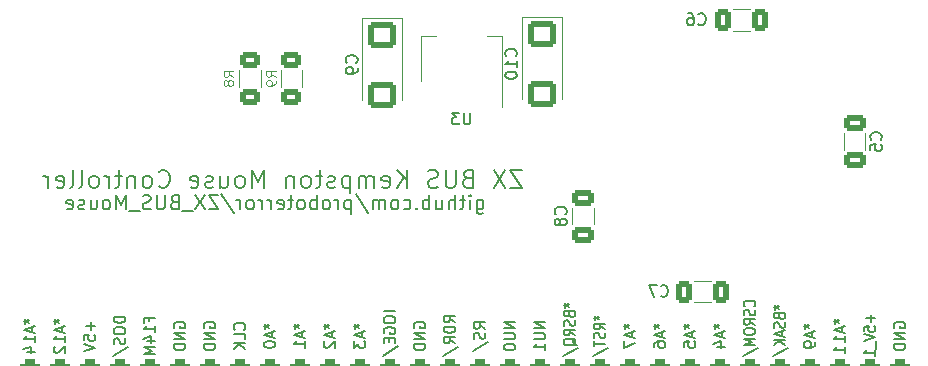
<source format=gbo>
G04 #@! TF.GenerationSoftware,KiCad,Pcbnew,7.0.10-148-g62bb553460*
G04 #@! TF.CreationDate,2024-11-24T17:13:43+03:00*
G04 #@! TF.ProjectId,ZX_BUS_Mouse,5a585f42-5553-45f4-9d6f-7573652e6b69,rev?*
G04 #@! TF.SameCoordinates,Original*
G04 #@! TF.FileFunction,Legend,Bot*
G04 #@! TF.FilePolarity,Positive*
%FSLAX46Y46*%
G04 Gerber Fmt 4.6, Leading zero omitted, Abs format (unit mm)*
G04 Created by KiCad (PCBNEW 7.0.10-148-g62bb553460) date 2024-11-24 17:13:43*
%MOMM*%
%LPD*%
G01*
G04 APERTURE LIST*
G04 Aperture macros list*
%AMRoundRect*
0 Rectangle with rounded corners*
0 $1 Rounding radius*
0 $2 $3 $4 $5 $6 $7 $8 $9 X,Y pos of 4 corners*
0 Add a 4 corners polygon primitive as box body*
4,1,4,$2,$3,$4,$5,$6,$7,$8,$9,$2,$3,0*
0 Add four circle primitives for the rounded corners*
1,1,$1+$1,$2,$3*
1,1,$1+$1,$4,$5*
1,1,$1+$1,$6,$7*
1,1,$1+$1,$8,$9*
0 Add four rect primitives between the rounded corners*
20,1,$1+$1,$2,$3,$4,$5,0*
20,1,$1+$1,$4,$5,$6,$7,0*
20,1,$1+$1,$6,$7,$8,$9,0*
20,1,$1+$1,$8,$9,$2,$3,0*%
G04 Aperture macros list end*
%ADD10C,0.150000*%
%ADD11C,0.200000*%
%ADD12C,0.170000*%
%ADD13C,0.100000*%
%ADD14C,0.120000*%
%ADD15R,1.700000X1.700000*%
%ADD16O,1.700000X1.700000*%
%ADD17R,1.600000X1.600000*%
%ADD18C,1.600000*%
%ADD19O,3.500000X2.000000*%
%ADD20O,2.000000X4.000000*%
%ADD21R,1.422400X1.422400*%
%ADD22C,1.422400*%
%ADD23RoundRect,0.250000X-0.600000X-0.600000X0.600000X-0.600000X0.600000X0.600000X-0.600000X0.600000X0*%
%ADD24C,1.700000*%
%ADD25RoundRect,0.250000X-0.412500X-0.650000X0.412500X-0.650000X0.412500X0.650000X-0.412500X0.650000X0*%
%ADD26R,1.500000X2.000000*%
%ADD27R,3.800000X2.000000*%
%ADD28RoundRect,0.250000X-0.925000X0.875000X-0.925000X-0.875000X0.925000X-0.875000X0.925000X0.875000X0*%
%ADD29RoundRect,0.250000X-0.650000X0.412500X-0.650000X-0.412500X0.650000X-0.412500X0.650000X0.412500X0*%
%ADD30RoundRect,0.250000X0.625000X-0.400000X0.625000X0.400000X-0.625000X0.400000X-0.625000X-0.400000X0*%
%ADD31RoundRect,0.250000X0.650000X-0.412500X0.650000X0.412500X-0.650000X0.412500X-0.650000X-0.412500X0*%
%ADD32RoundRect,0.425000X-0.425000X3.575000X-0.425000X-3.575000X0.425000X-3.575000X0.425000X3.575000X0*%
G04 APERTURE END LIST*
D10*
X78829819Y-138250714D02*
X79067914Y-138250714D01*
X78972676Y-138036428D02*
X79067914Y-138250714D01*
X79067914Y-138250714D02*
X78972676Y-138464999D01*
X79258390Y-138122142D02*
X79067914Y-138250714D01*
X79067914Y-138250714D02*
X79258390Y-138379285D01*
X79544104Y-138764999D02*
X79544104Y-139193571D01*
X79829819Y-138679285D02*
X78829819Y-138979285D01*
X78829819Y-138979285D02*
X79829819Y-139279285D01*
X78925057Y-139536428D02*
X78877438Y-139579285D01*
X78877438Y-139579285D02*
X78829819Y-139665000D01*
X78829819Y-139665000D02*
X78829819Y-139879285D01*
X78829819Y-139879285D02*
X78877438Y-139965000D01*
X78877438Y-139965000D02*
X78925057Y-140007857D01*
X78925057Y-140007857D02*
X79020295Y-140050714D01*
X79020295Y-140050714D02*
X79115533Y-140050714D01*
X79115533Y-140050714D02*
X79258390Y-140007857D01*
X79258390Y-140007857D02*
X79829819Y-139493571D01*
X79829819Y-139493571D02*
X79829819Y-140050714D01*
X81369819Y-138250714D02*
X81607914Y-138250714D01*
X81512676Y-138036428D02*
X81607914Y-138250714D01*
X81607914Y-138250714D02*
X81512676Y-138464999D01*
X81798390Y-138122142D02*
X81607914Y-138250714D01*
X81607914Y-138250714D02*
X81798390Y-138379285D01*
X82084104Y-138764999D02*
X82084104Y-139193571D01*
X82369819Y-138679285D02*
X81369819Y-138979285D01*
X81369819Y-138979285D02*
X82369819Y-139279285D01*
X81369819Y-139493571D02*
X81369819Y-140050714D01*
X81369819Y-140050714D02*
X81750771Y-139750714D01*
X81750771Y-139750714D02*
X81750771Y-139879285D01*
X81750771Y-139879285D02*
X81798390Y-139965000D01*
X81798390Y-139965000D02*
X81846009Y-140007857D01*
X81846009Y-140007857D02*
X81941247Y-140050714D01*
X81941247Y-140050714D02*
X82179342Y-140050714D01*
X82179342Y-140050714D02*
X82274580Y-140007857D01*
X82274580Y-140007857D02*
X82322200Y-139965000D01*
X82322200Y-139965000D02*
X82369819Y-139879285D01*
X82369819Y-139879285D02*
X82369819Y-139622142D01*
X82369819Y-139622142D02*
X82322200Y-139536428D01*
X82322200Y-139536428D02*
X82274580Y-139493571D01*
X116929819Y-136657142D02*
X117167914Y-136657142D01*
X117072676Y-136466666D02*
X117167914Y-136657142D01*
X117167914Y-136657142D02*
X117072676Y-136847619D01*
X117358390Y-136542857D02*
X117167914Y-136657142D01*
X117167914Y-136657142D02*
X117358390Y-136771428D01*
X117406009Y-137419047D02*
X117453628Y-137533333D01*
X117453628Y-137533333D02*
X117501247Y-137571428D01*
X117501247Y-137571428D02*
X117596485Y-137609524D01*
X117596485Y-137609524D02*
X117739342Y-137609524D01*
X117739342Y-137609524D02*
X117834580Y-137571428D01*
X117834580Y-137571428D02*
X117882200Y-137533333D01*
X117882200Y-137533333D02*
X117929819Y-137457143D01*
X117929819Y-137457143D02*
X117929819Y-137152381D01*
X117929819Y-137152381D02*
X116929819Y-137152381D01*
X116929819Y-137152381D02*
X116929819Y-137419047D01*
X116929819Y-137419047D02*
X116977438Y-137495238D01*
X116977438Y-137495238D02*
X117025057Y-137533333D01*
X117025057Y-137533333D02*
X117120295Y-137571428D01*
X117120295Y-137571428D02*
X117215533Y-137571428D01*
X117215533Y-137571428D02*
X117310771Y-137533333D01*
X117310771Y-137533333D02*
X117358390Y-137495238D01*
X117358390Y-137495238D02*
X117406009Y-137419047D01*
X117406009Y-137419047D02*
X117406009Y-137152381D01*
X117882200Y-137914285D02*
X117929819Y-138028571D01*
X117929819Y-138028571D02*
X117929819Y-138219047D01*
X117929819Y-138219047D02*
X117882200Y-138295238D01*
X117882200Y-138295238D02*
X117834580Y-138333333D01*
X117834580Y-138333333D02*
X117739342Y-138371428D01*
X117739342Y-138371428D02*
X117644104Y-138371428D01*
X117644104Y-138371428D02*
X117548866Y-138333333D01*
X117548866Y-138333333D02*
X117501247Y-138295238D01*
X117501247Y-138295238D02*
X117453628Y-138219047D01*
X117453628Y-138219047D02*
X117406009Y-138066666D01*
X117406009Y-138066666D02*
X117358390Y-137990476D01*
X117358390Y-137990476D02*
X117310771Y-137952381D01*
X117310771Y-137952381D02*
X117215533Y-137914285D01*
X117215533Y-137914285D02*
X117120295Y-137914285D01*
X117120295Y-137914285D02*
X117025057Y-137952381D01*
X117025057Y-137952381D02*
X116977438Y-137990476D01*
X116977438Y-137990476D02*
X116929819Y-138066666D01*
X116929819Y-138066666D02*
X116929819Y-138257143D01*
X116929819Y-138257143D02*
X116977438Y-138371428D01*
X117644104Y-138676190D02*
X117644104Y-139057143D01*
X117929819Y-138600000D02*
X116929819Y-138866667D01*
X116929819Y-138866667D02*
X117929819Y-139133333D01*
X117929819Y-139400000D02*
X116929819Y-139400000D01*
X117929819Y-139857143D02*
X117358390Y-139514285D01*
X116929819Y-139857143D02*
X117501247Y-139400000D01*
X116882200Y-140771428D02*
X118167914Y-140085714D01*
X92529819Y-138443571D02*
X92053628Y-138143571D01*
X92529819Y-137929285D02*
X91529819Y-137929285D01*
X91529819Y-137929285D02*
X91529819Y-138272142D01*
X91529819Y-138272142D02*
X91577438Y-138357857D01*
X91577438Y-138357857D02*
X91625057Y-138400714D01*
X91625057Y-138400714D02*
X91720295Y-138443571D01*
X91720295Y-138443571D02*
X91863152Y-138443571D01*
X91863152Y-138443571D02*
X91958390Y-138400714D01*
X91958390Y-138400714D02*
X92006009Y-138357857D01*
X92006009Y-138357857D02*
X92053628Y-138272142D01*
X92053628Y-138272142D02*
X92053628Y-137929285D01*
X92482200Y-138786428D02*
X92529819Y-138915000D01*
X92529819Y-138915000D02*
X92529819Y-139129285D01*
X92529819Y-139129285D02*
X92482200Y-139215000D01*
X92482200Y-139215000D02*
X92434580Y-139257857D01*
X92434580Y-139257857D02*
X92339342Y-139300714D01*
X92339342Y-139300714D02*
X92244104Y-139300714D01*
X92244104Y-139300714D02*
X92148866Y-139257857D01*
X92148866Y-139257857D02*
X92101247Y-139215000D01*
X92101247Y-139215000D02*
X92053628Y-139129285D01*
X92053628Y-139129285D02*
X92006009Y-138957857D01*
X92006009Y-138957857D02*
X91958390Y-138872142D01*
X91958390Y-138872142D02*
X91910771Y-138829285D01*
X91910771Y-138829285D02*
X91815533Y-138786428D01*
X91815533Y-138786428D02*
X91720295Y-138786428D01*
X91720295Y-138786428D02*
X91625057Y-138829285D01*
X91625057Y-138829285D02*
X91577438Y-138872142D01*
X91577438Y-138872142D02*
X91529819Y-138957857D01*
X91529819Y-138957857D02*
X91529819Y-139172142D01*
X91529819Y-139172142D02*
X91577438Y-139300714D01*
X91482200Y-140329285D02*
X92767914Y-139557857D01*
X109309819Y-138250714D02*
X109547914Y-138250714D01*
X109452676Y-138036428D02*
X109547914Y-138250714D01*
X109547914Y-138250714D02*
X109452676Y-138464999D01*
X109738390Y-138122142D02*
X109547914Y-138250714D01*
X109547914Y-138250714D02*
X109738390Y-138379285D01*
X110024104Y-138764999D02*
X110024104Y-139193571D01*
X110309819Y-138679285D02*
X109309819Y-138979285D01*
X109309819Y-138979285D02*
X110309819Y-139279285D01*
X109309819Y-140007857D02*
X109309819Y-139579285D01*
X109309819Y-139579285D02*
X109786009Y-139536428D01*
X109786009Y-139536428D02*
X109738390Y-139579285D01*
X109738390Y-139579285D02*
X109690771Y-139665000D01*
X109690771Y-139665000D02*
X109690771Y-139879285D01*
X109690771Y-139879285D02*
X109738390Y-139965000D01*
X109738390Y-139965000D02*
X109786009Y-140007857D01*
X109786009Y-140007857D02*
X109881247Y-140050714D01*
X109881247Y-140050714D02*
X110119342Y-140050714D01*
X110119342Y-140050714D02*
X110214580Y-140007857D01*
X110214580Y-140007857D02*
X110262200Y-139965000D01*
X110262200Y-139965000D02*
X110309819Y-139879285D01*
X110309819Y-139879285D02*
X110309819Y-139665000D01*
X110309819Y-139665000D02*
X110262200Y-139579285D01*
X110262200Y-139579285D02*
X110214580Y-139536428D01*
X97609819Y-137907857D02*
X96609819Y-137907857D01*
X96609819Y-137907857D02*
X97609819Y-138422143D01*
X97609819Y-138422143D02*
X96609819Y-138422143D01*
X96609819Y-138850714D02*
X97419342Y-138850714D01*
X97419342Y-138850714D02*
X97514580Y-138893571D01*
X97514580Y-138893571D02*
X97562200Y-138936429D01*
X97562200Y-138936429D02*
X97609819Y-139022143D01*
X97609819Y-139022143D02*
X97609819Y-139193571D01*
X97609819Y-139193571D02*
X97562200Y-139279286D01*
X97562200Y-139279286D02*
X97514580Y-139322143D01*
X97514580Y-139322143D02*
X97419342Y-139365000D01*
X97419342Y-139365000D02*
X96609819Y-139365000D01*
X97609819Y-140265000D02*
X97609819Y-139750714D01*
X97609819Y-140007857D02*
X96609819Y-140007857D01*
X96609819Y-140007857D02*
X96752676Y-139922143D01*
X96752676Y-139922143D02*
X96847914Y-139836428D01*
X96847914Y-139836428D02*
X96895533Y-139750714D01*
X55969819Y-137822143D02*
X56207914Y-137822143D01*
X56112676Y-137607857D02*
X56207914Y-137822143D01*
X56207914Y-137822143D02*
X56112676Y-138036428D01*
X56398390Y-137693571D02*
X56207914Y-137822143D01*
X56207914Y-137822143D02*
X56398390Y-137950714D01*
X56684104Y-138336428D02*
X56684104Y-138765000D01*
X56969819Y-138250714D02*
X55969819Y-138550714D01*
X55969819Y-138550714D02*
X56969819Y-138850714D01*
X56969819Y-139622143D02*
X56969819Y-139107857D01*
X56969819Y-139365000D02*
X55969819Y-139365000D01*
X55969819Y-139365000D02*
X56112676Y-139279286D01*
X56112676Y-139279286D02*
X56207914Y-139193571D01*
X56207914Y-139193571D02*
X56255533Y-139107857D01*
X56065057Y-139965000D02*
X56017438Y-140007857D01*
X56017438Y-140007857D02*
X55969819Y-140093572D01*
X55969819Y-140093572D02*
X55969819Y-140307857D01*
X55969819Y-140307857D02*
X56017438Y-140393572D01*
X56017438Y-140393572D02*
X56065057Y-140436429D01*
X56065057Y-140436429D02*
X56160295Y-140479286D01*
X56160295Y-140479286D02*
X56255533Y-140479286D01*
X56255533Y-140479286D02*
X56398390Y-140436429D01*
X56398390Y-140436429D02*
X56969819Y-139922143D01*
X56969819Y-139922143D02*
X56969819Y-140479286D01*
X99154819Y-136480952D02*
X99392914Y-136480952D01*
X99297676Y-136290476D02*
X99392914Y-136480952D01*
X99392914Y-136480952D02*
X99297676Y-136671429D01*
X99583390Y-136366667D02*
X99392914Y-136480952D01*
X99392914Y-136480952D02*
X99583390Y-136595238D01*
X99631009Y-137242857D02*
X99678628Y-137357143D01*
X99678628Y-137357143D02*
X99726247Y-137395238D01*
X99726247Y-137395238D02*
X99821485Y-137433334D01*
X99821485Y-137433334D02*
X99964342Y-137433334D01*
X99964342Y-137433334D02*
X100059580Y-137395238D01*
X100059580Y-137395238D02*
X100107200Y-137357143D01*
X100107200Y-137357143D02*
X100154819Y-137280953D01*
X100154819Y-137280953D02*
X100154819Y-136976191D01*
X100154819Y-136976191D02*
X99154819Y-136976191D01*
X99154819Y-136976191D02*
X99154819Y-137242857D01*
X99154819Y-137242857D02*
X99202438Y-137319048D01*
X99202438Y-137319048D02*
X99250057Y-137357143D01*
X99250057Y-137357143D02*
X99345295Y-137395238D01*
X99345295Y-137395238D02*
X99440533Y-137395238D01*
X99440533Y-137395238D02*
X99535771Y-137357143D01*
X99535771Y-137357143D02*
X99583390Y-137319048D01*
X99583390Y-137319048D02*
X99631009Y-137242857D01*
X99631009Y-137242857D02*
X99631009Y-136976191D01*
X100107200Y-137738095D02*
X100154819Y-137852381D01*
X100154819Y-137852381D02*
X100154819Y-138042857D01*
X100154819Y-138042857D02*
X100107200Y-138119048D01*
X100107200Y-138119048D02*
X100059580Y-138157143D01*
X100059580Y-138157143D02*
X99964342Y-138195238D01*
X99964342Y-138195238D02*
X99869104Y-138195238D01*
X99869104Y-138195238D02*
X99773866Y-138157143D01*
X99773866Y-138157143D02*
X99726247Y-138119048D01*
X99726247Y-138119048D02*
X99678628Y-138042857D01*
X99678628Y-138042857D02*
X99631009Y-137890476D01*
X99631009Y-137890476D02*
X99583390Y-137814286D01*
X99583390Y-137814286D02*
X99535771Y-137776191D01*
X99535771Y-137776191D02*
X99440533Y-137738095D01*
X99440533Y-137738095D02*
X99345295Y-137738095D01*
X99345295Y-137738095D02*
X99250057Y-137776191D01*
X99250057Y-137776191D02*
X99202438Y-137814286D01*
X99202438Y-137814286D02*
X99154819Y-137890476D01*
X99154819Y-137890476D02*
X99154819Y-138080953D01*
X99154819Y-138080953D02*
X99202438Y-138195238D01*
X100154819Y-138995239D02*
X99678628Y-138728572D01*
X100154819Y-138538096D02*
X99154819Y-138538096D01*
X99154819Y-138538096D02*
X99154819Y-138842858D01*
X99154819Y-138842858D02*
X99202438Y-138919048D01*
X99202438Y-138919048D02*
X99250057Y-138957143D01*
X99250057Y-138957143D02*
X99345295Y-138995239D01*
X99345295Y-138995239D02*
X99488152Y-138995239D01*
X99488152Y-138995239D02*
X99583390Y-138957143D01*
X99583390Y-138957143D02*
X99631009Y-138919048D01*
X99631009Y-138919048D02*
X99678628Y-138842858D01*
X99678628Y-138842858D02*
X99678628Y-138538096D01*
X100250057Y-139871429D02*
X100202438Y-139795239D01*
X100202438Y-139795239D02*
X100107200Y-139719048D01*
X100107200Y-139719048D02*
X99964342Y-139604762D01*
X99964342Y-139604762D02*
X99916723Y-139528572D01*
X99916723Y-139528572D02*
X99916723Y-139452381D01*
X100154819Y-139490477D02*
X100107200Y-139414286D01*
X100107200Y-139414286D02*
X100011961Y-139338096D01*
X100011961Y-139338096D02*
X99821485Y-139300000D01*
X99821485Y-139300000D02*
X99488152Y-139300000D01*
X99488152Y-139300000D02*
X99297676Y-139338096D01*
X99297676Y-139338096D02*
X99202438Y-139414286D01*
X99202438Y-139414286D02*
X99154819Y-139490477D01*
X99154819Y-139490477D02*
X99154819Y-139642858D01*
X99154819Y-139642858D02*
X99202438Y-139719048D01*
X99202438Y-139719048D02*
X99297676Y-139795239D01*
X99297676Y-139795239D02*
X99488152Y-139833334D01*
X99488152Y-139833334D02*
X99821485Y-139833334D01*
X99821485Y-139833334D02*
X100011961Y-139795239D01*
X100011961Y-139795239D02*
X100107200Y-139719048D01*
X100107200Y-139719048D02*
X100154819Y-139642858D01*
X100154819Y-139642858D02*
X100154819Y-139490477D01*
X99107200Y-140747619D02*
X100392914Y-140061905D01*
X125168866Y-137285714D02*
X125168866Y-137895238D01*
X125549819Y-137590476D02*
X124787914Y-137590476D01*
X124549819Y-138657142D02*
X124549819Y-138276190D01*
X124549819Y-138276190D02*
X125026009Y-138238094D01*
X125026009Y-138238094D02*
X124978390Y-138276190D01*
X124978390Y-138276190D02*
X124930771Y-138352380D01*
X124930771Y-138352380D02*
X124930771Y-138542856D01*
X124930771Y-138542856D02*
X124978390Y-138619047D01*
X124978390Y-138619047D02*
X125026009Y-138657142D01*
X125026009Y-138657142D02*
X125121247Y-138695237D01*
X125121247Y-138695237D02*
X125359342Y-138695237D01*
X125359342Y-138695237D02*
X125454580Y-138657142D01*
X125454580Y-138657142D02*
X125502200Y-138619047D01*
X125502200Y-138619047D02*
X125549819Y-138542856D01*
X125549819Y-138542856D02*
X125549819Y-138352380D01*
X125549819Y-138352380D02*
X125502200Y-138276190D01*
X125502200Y-138276190D02*
X125454580Y-138238094D01*
X124549819Y-138923809D02*
X125549819Y-139190476D01*
X125549819Y-139190476D02*
X124549819Y-139457142D01*
X125645057Y-139533333D02*
X125645057Y-140142856D01*
X125549819Y-140752380D02*
X125549819Y-140295237D01*
X125549819Y-140523809D02*
X124549819Y-140523809D01*
X124549819Y-140523809D02*
X124692676Y-140447618D01*
X124692676Y-140447618D02*
X124787914Y-140371428D01*
X124787914Y-140371428D02*
X124835533Y-140295237D01*
X127137438Y-138379286D02*
X127089819Y-138293572D01*
X127089819Y-138293572D02*
X127089819Y-138165000D01*
X127089819Y-138165000D02*
X127137438Y-138036429D01*
X127137438Y-138036429D02*
X127232676Y-137950714D01*
X127232676Y-137950714D02*
X127327914Y-137907857D01*
X127327914Y-137907857D02*
X127518390Y-137865000D01*
X127518390Y-137865000D02*
X127661247Y-137865000D01*
X127661247Y-137865000D02*
X127851723Y-137907857D01*
X127851723Y-137907857D02*
X127946961Y-137950714D01*
X127946961Y-137950714D02*
X128042200Y-138036429D01*
X128042200Y-138036429D02*
X128089819Y-138165000D01*
X128089819Y-138165000D02*
X128089819Y-138250714D01*
X128089819Y-138250714D02*
X128042200Y-138379286D01*
X128042200Y-138379286D02*
X127994580Y-138422143D01*
X127994580Y-138422143D02*
X127661247Y-138422143D01*
X127661247Y-138422143D02*
X127661247Y-138250714D01*
X128089819Y-138807857D02*
X127089819Y-138807857D01*
X127089819Y-138807857D02*
X128089819Y-139322143D01*
X128089819Y-139322143D02*
X127089819Y-139322143D01*
X128089819Y-139750714D02*
X127089819Y-139750714D01*
X127089819Y-139750714D02*
X127089819Y-139965000D01*
X127089819Y-139965000D02*
X127137438Y-140093571D01*
X127137438Y-140093571D02*
X127232676Y-140179286D01*
X127232676Y-140179286D02*
X127327914Y-140222143D01*
X127327914Y-140222143D02*
X127518390Y-140265000D01*
X127518390Y-140265000D02*
X127661247Y-140265000D01*
X127661247Y-140265000D02*
X127851723Y-140222143D01*
X127851723Y-140222143D02*
X127946961Y-140179286D01*
X127946961Y-140179286D02*
X128042200Y-140093571D01*
X128042200Y-140093571D02*
X128089819Y-139965000D01*
X128089819Y-139965000D02*
X128089819Y-139750714D01*
X68717438Y-138379286D02*
X68669819Y-138293572D01*
X68669819Y-138293572D02*
X68669819Y-138165000D01*
X68669819Y-138165000D02*
X68717438Y-138036429D01*
X68717438Y-138036429D02*
X68812676Y-137950714D01*
X68812676Y-137950714D02*
X68907914Y-137907857D01*
X68907914Y-137907857D02*
X69098390Y-137865000D01*
X69098390Y-137865000D02*
X69241247Y-137865000D01*
X69241247Y-137865000D02*
X69431723Y-137907857D01*
X69431723Y-137907857D02*
X69526961Y-137950714D01*
X69526961Y-137950714D02*
X69622200Y-138036429D01*
X69622200Y-138036429D02*
X69669819Y-138165000D01*
X69669819Y-138165000D02*
X69669819Y-138250714D01*
X69669819Y-138250714D02*
X69622200Y-138379286D01*
X69622200Y-138379286D02*
X69574580Y-138422143D01*
X69574580Y-138422143D02*
X69241247Y-138422143D01*
X69241247Y-138422143D02*
X69241247Y-138250714D01*
X69669819Y-138807857D02*
X68669819Y-138807857D01*
X68669819Y-138807857D02*
X69669819Y-139322143D01*
X69669819Y-139322143D02*
X68669819Y-139322143D01*
X69669819Y-139750714D02*
X68669819Y-139750714D01*
X68669819Y-139750714D02*
X68669819Y-139965000D01*
X68669819Y-139965000D02*
X68717438Y-140093571D01*
X68717438Y-140093571D02*
X68812676Y-140179286D01*
X68812676Y-140179286D02*
X68907914Y-140222143D01*
X68907914Y-140222143D02*
X69098390Y-140265000D01*
X69098390Y-140265000D02*
X69241247Y-140265000D01*
X69241247Y-140265000D02*
X69431723Y-140222143D01*
X69431723Y-140222143D02*
X69526961Y-140179286D01*
X69526961Y-140179286D02*
X69622200Y-140093571D01*
X69622200Y-140093571D02*
X69669819Y-139965000D01*
X69669819Y-139965000D02*
X69669819Y-139750714D01*
X84909819Y-137000000D02*
X83909819Y-137000000D01*
X83909819Y-137600000D02*
X83909819Y-137771428D01*
X83909819Y-137771428D02*
X83957438Y-137857143D01*
X83957438Y-137857143D02*
X84052676Y-137942857D01*
X84052676Y-137942857D02*
X84243152Y-137985714D01*
X84243152Y-137985714D02*
X84576485Y-137985714D01*
X84576485Y-137985714D02*
X84766961Y-137942857D01*
X84766961Y-137942857D02*
X84862200Y-137857143D01*
X84862200Y-137857143D02*
X84909819Y-137771428D01*
X84909819Y-137771428D02*
X84909819Y-137600000D01*
X84909819Y-137600000D02*
X84862200Y-137514286D01*
X84862200Y-137514286D02*
X84766961Y-137428571D01*
X84766961Y-137428571D02*
X84576485Y-137385714D01*
X84576485Y-137385714D02*
X84243152Y-137385714D01*
X84243152Y-137385714D02*
X84052676Y-137428571D01*
X84052676Y-137428571D02*
X83957438Y-137514286D01*
X83957438Y-137514286D02*
X83909819Y-137600000D01*
X83957438Y-138842857D02*
X83909819Y-138757143D01*
X83909819Y-138757143D02*
X83909819Y-138628571D01*
X83909819Y-138628571D02*
X83957438Y-138500000D01*
X83957438Y-138500000D02*
X84052676Y-138414285D01*
X84052676Y-138414285D02*
X84147914Y-138371428D01*
X84147914Y-138371428D02*
X84338390Y-138328571D01*
X84338390Y-138328571D02*
X84481247Y-138328571D01*
X84481247Y-138328571D02*
X84671723Y-138371428D01*
X84671723Y-138371428D02*
X84766961Y-138414285D01*
X84766961Y-138414285D02*
X84862200Y-138500000D01*
X84862200Y-138500000D02*
X84909819Y-138628571D01*
X84909819Y-138628571D02*
X84909819Y-138714285D01*
X84909819Y-138714285D02*
X84862200Y-138842857D01*
X84862200Y-138842857D02*
X84814580Y-138885714D01*
X84814580Y-138885714D02*
X84481247Y-138885714D01*
X84481247Y-138885714D02*
X84481247Y-138714285D01*
X84386009Y-139271428D02*
X84386009Y-139571428D01*
X84909819Y-139700000D02*
X84909819Y-139271428D01*
X84909819Y-139271428D02*
X83909819Y-139271428D01*
X83909819Y-139271428D02*
X83909819Y-139700000D01*
X83862200Y-140728571D02*
X85147914Y-139957143D01*
X95069819Y-137907857D02*
X94069819Y-137907857D01*
X94069819Y-137907857D02*
X95069819Y-138422143D01*
X95069819Y-138422143D02*
X94069819Y-138422143D01*
X94069819Y-138850714D02*
X94879342Y-138850714D01*
X94879342Y-138850714D02*
X94974580Y-138893571D01*
X94974580Y-138893571D02*
X95022200Y-138936429D01*
X95022200Y-138936429D02*
X95069819Y-139022143D01*
X95069819Y-139022143D02*
X95069819Y-139193571D01*
X95069819Y-139193571D02*
X95022200Y-139279286D01*
X95022200Y-139279286D02*
X94974580Y-139322143D01*
X94974580Y-139322143D02*
X94879342Y-139365000D01*
X94879342Y-139365000D02*
X94069819Y-139365000D01*
X94069819Y-139965000D02*
X94069819Y-140050714D01*
X94069819Y-140050714D02*
X94117438Y-140136428D01*
X94117438Y-140136428D02*
X94165057Y-140179286D01*
X94165057Y-140179286D02*
X94260295Y-140222143D01*
X94260295Y-140222143D02*
X94450771Y-140265000D01*
X94450771Y-140265000D02*
X94688866Y-140265000D01*
X94688866Y-140265000D02*
X94879342Y-140222143D01*
X94879342Y-140222143D02*
X94974580Y-140179286D01*
X94974580Y-140179286D02*
X95022200Y-140136428D01*
X95022200Y-140136428D02*
X95069819Y-140050714D01*
X95069819Y-140050714D02*
X95069819Y-139965000D01*
X95069819Y-139965000D02*
X95022200Y-139879286D01*
X95022200Y-139879286D02*
X94974580Y-139836428D01*
X94974580Y-139836428D02*
X94879342Y-139793571D01*
X94879342Y-139793571D02*
X94688866Y-139750714D01*
X94688866Y-139750714D02*
X94450771Y-139750714D01*
X94450771Y-139750714D02*
X94260295Y-139793571D01*
X94260295Y-139793571D02*
X94165057Y-139836428D01*
X94165057Y-139836428D02*
X94117438Y-139879286D01*
X94117438Y-139879286D02*
X94069819Y-139965000D01*
X73749819Y-138250714D02*
X73987914Y-138250714D01*
X73892676Y-138036428D02*
X73987914Y-138250714D01*
X73987914Y-138250714D02*
X73892676Y-138464999D01*
X74178390Y-138122142D02*
X73987914Y-138250714D01*
X73987914Y-138250714D02*
X74178390Y-138379285D01*
X74464104Y-138764999D02*
X74464104Y-139193571D01*
X74749819Y-138679285D02*
X73749819Y-138979285D01*
X73749819Y-138979285D02*
X74749819Y-139279285D01*
X73749819Y-139750714D02*
X73749819Y-139836428D01*
X73749819Y-139836428D02*
X73797438Y-139922142D01*
X73797438Y-139922142D02*
X73845057Y-139965000D01*
X73845057Y-139965000D02*
X73940295Y-140007857D01*
X73940295Y-140007857D02*
X74130771Y-140050714D01*
X74130771Y-140050714D02*
X74368866Y-140050714D01*
X74368866Y-140050714D02*
X74559342Y-140007857D01*
X74559342Y-140007857D02*
X74654580Y-139965000D01*
X74654580Y-139965000D02*
X74702200Y-139922142D01*
X74702200Y-139922142D02*
X74749819Y-139836428D01*
X74749819Y-139836428D02*
X74749819Y-139750714D01*
X74749819Y-139750714D02*
X74702200Y-139665000D01*
X74702200Y-139665000D02*
X74654580Y-139622142D01*
X74654580Y-139622142D02*
X74559342Y-139579285D01*
X74559342Y-139579285D02*
X74368866Y-139536428D01*
X74368866Y-139536428D02*
X74130771Y-139536428D01*
X74130771Y-139536428D02*
X73940295Y-139579285D01*
X73940295Y-139579285D02*
X73845057Y-139622142D01*
X73845057Y-139622142D02*
X73797438Y-139665000D01*
X73797438Y-139665000D02*
X73749819Y-139750714D01*
X64066009Y-137822142D02*
X64066009Y-137522142D01*
X64589819Y-137522142D02*
X63589819Y-137522142D01*
X63589819Y-137522142D02*
X63589819Y-137950714D01*
X64589819Y-138765000D02*
X64589819Y-138250714D01*
X64589819Y-138507857D02*
X63589819Y-138507857D01*
X63589819Y-138507857D02*
X63732676Y-138422143D01*
X63732676Y-138422143D02*
X63827914Y-138336428D01*
X63827914Y-138336428D02*
X63875533Y-138250714D01*
X63923152Y-139536429D02*
X64589819Y-139536429D01*
X63542200Y-139322143D02*
X64256485Y-139107857D01*
X64256485Y-139107857D02*
X64256485Y-139665000D01*
X64589819Y-140007857D02*
X63589819Y-140007857D01*
X63589819Y-140007857D02*
X64304104Y-140307857D01*
X64304104Y-140307857D02*
X63589819Y-140607857D01*
X63589819Y-140607857D02*
X64589819Y-140607857D01*
X53429819Y-137822143D02*
X53667914Y-137822143D01*
X53572676Y-137607857D02*
X53667914Y-137822143D01*
X53667914Y-137822143D02*
X53572676Y-138036428D01*
X53858390Y-137693571D02*
X53667914Y-137822143D01*
X53667914Y-137822143D02*
X53858390Y-137950714D01*
X54144104Y-138336428D02*
X54144104Y-138765000D01*
X54429819Y-138250714D02*
X53429819Y-138550714D01*
X53429819Y-138550714D02*
X54429819Y-138850714D01*
X54429819Y-139622143D02*
X54429819Y-139107857D01*
X54429819Y-139365000D02*
X53429819Y-139365000D01*
X53429819Y-139365000D02*
X53572676Y-139279286D01*
X53572676Y-139279286D02*
X53667914Y-139193571D01*
X53667914Y-139193571D02*
X53715533Y-139107857D01*
X53763152Y-140393572D02*
X54429819Y-140393572D01*
X53382200Y-140179286D02*
X54096485Y-139965000D01*
X54096485Y-139965000D02*
X54096485Y-140522143D01*
X62049819Y-137457857D02*
X61049819Y-137457857D01*
X61049819Y-137457857D02*
X61049819Y-137672143D01*
X61049819Y-137672143D02*
X61097438Y-137800714D01*
X61097438Y-137800714D02*
X61192676Y-137886429D01*
X61192676Y-137886429D02*
X61287914Y-137929286D01*
X61287914Y-137929286D02*
X61478390Y-137972143D01*
X61478390Y-137972143D02*
X61621247Y-137972143D01*
X61621247Y-137972143D02*
X61811723Y-137929286D01*
X61811723Y-137929286D02*
X61906961Y-137886429D01*
X61906961Y-137886429D02*
X62002200Y-137800714D01*
X62002200Y-137800714D02*
X62049819Y-137672143D01*
X62049819Y-137672143D02*
X62049819Y-137457857D01*
X61049819Y-138529286D02*
X61049819Y-138700714D01*
X61049819Y-138700714D02*
X61097438Y-138786429D01*
X61097438Y-138786429D02*
X61192676Y-138872143D01*
X61192676Y-138872143D02*
X61383152Y-138915000D01*
X61383152Y-138915000D02*
X61716485Y-138915000D01*
X61716485Y-138915000D02*
X61906961Y-138872143D01*
X61906961Y-138872143D02*
X62002200Y-138786429D01*
X62002200Y-138786429D02*
X62049819Y-138700714D01*
X62049819Y-138700714D02*
X62049819Y-138529286D01*
X62049819Y-138529286D02*
X62002200Y-138443572D01*
X62002200Y-138443572D02*
X61906961Y-138357857D01*
X61906961Y-138357857D02*
X61716485Y-138315000D01*
X61716485Y-138315000D02*
X61383152Y-138315000D01*
X61383152Y-138315000D02*
X61192676Y-138357857D01*
X61192676Y-138357857D02*
X61097438Y-138443572D01*
X61097438Y-138443572D02*
X61049819Y-138529286D01*
X62002200Y-139257857D02*
X62049819Y-139386429D01*
X62049819Y-139386429D02*
X62049819Y-139600714D01*
X62049819Y-139600714D02*
X62002200Y-139686429D01*
X62002200Y-139686429D02*
X61954580Y-139729286D01*
X61954580Y-139729286D02*
X61859342Y-139772143D01*
X61859342Y-139772143D02*
X61764104Y-139772143D01*
X61764104Y-139772143D02*
X61668866Y-139729286D01*
X61668866Y-139729286D02*
X61621247Y-139686429D01*
X61621247Y-139686429D02*
X61573628Y-139600714D01*
X61573628Y-139600714D02*
X61526009Y-139429286D01*
X61526009Y-139429286D02*
X61478390Y-139343571D01*
X61478390Y-139343571D02*
X61430771Y-139300714D01*
X61430771Y-139300714D02*
X61335533Y-139257857D01*
X61335533Y-139257857D02*
X61240295Y-139257857D01*
X61240295Y-139257857D02*
X61145057Y-139300714D01*
X61145057Y-139300714D02*
X61097438Y-139343571D01*
X61097438Y-139343571D02*
X61049819Y-139429286D01*
X61049819Y-139429286D02*
X61049819Y-139643571D01*
X61049819Y-139643571D02*
X61097438Y-139772143D01*
X61002200Y-140800714D02*
X62287914Y-140029286D01*
X106769819Y-138250714D02*
X107007914Y-138250714D01*
X106912676Y-138036428D02*
X107007914Y-138250714D01*
X107007914Y-138250714D02*
X106912676Y-138464999D01*
X107198390Y-138122142D02*
X107007914Y-138250714D01*
X107007914Y-138250714D02*
X107198390Y-138379285D01*
X107484104Y-138764999D02*
X107484104Y-139193571D01*
X107769819Y-138679285D02*
X106769819Y-138979285D01*
X106769819Y-138979285D02*
X107769819Y-139279285D01*
X106769819Y-139965000D02*
X106769819Y-139793571D01*
X106769819Y-139793571D02*
X106817438Y-139707857D01*
X106817438Y-139707857D02*
X106865057Y-139665000D01*
X106865057Y-139665000D02*
X107007914Y-139579285D01*
X107007914Y-139579285D02*
X107198390Y-139536428D01*
X107198390Y-139536428D02*
X107579342Y-139536428D01*
X107579342Y-139536428D02*
X107674580Y-139579285D01*
X107674580Y-139579285D02*
X107722200Y-139622142D01*
X107722200Y-139622142D02*
X107769819Y-139707857D01*
X107769819Y-139707857D02*
X107769819Y-139879285D01*
X107769819Y-139879285D02*
X107722200Y-139965000D01*
X107722200Y-139965000D02*
X107674580Y-140007857D01*
X107674580Y-140007857D02*
X107579342Y-140050714D01*
X107579342Y-140050714D02*
X107341247Y-140050714D01*
X107341247Y-140050714D02*
X107246009Y-140007857D01*
X107246009Y-140007857D02*
X107198390Y-139965000D01*
X107198390Y-139965000D02*
X107150771Y-139879285D01*
X107150771Y-139879285D02*
X107150771Y-139707857D01*
X107150771Y-139707857D02*
X107198390Y-139622142D01*
X107198390Y-139622142D02*
X107246009Y-139579285D01*
X107246009Y-139579285D02*
X107341247Y-139536428D01*
X66177438Y-138379286D02*
X66129819Y-138293572D01*
X66129819Y-138293572D02*
X66129819Y-138165000D01*
X66129819Y-138165000D02*
X66177438Y-138036429D01*
X66177438Y-138036429D02*
X66272676Y-137950714D01*
X66272676Y-137950714D02*
X66367914Y-137907857D01*
X66367914Y-137907857D02*
X66558390Y-137865000D01*
X66558390Y-137865000D02*
X66701247Y-137865000D01*
X66701247Y-137865000D02*
X66891723Y-137907857D01*
X66891723Y-137907857D02*
X66986961Y-137950714D01*
X66986961Y-137950714D02*
X67082200Y-138036429D01*
X67082200Y-138036429D02*
X67129819Y-138165000D01*
X67129819Y-138165000D02*
X67129819Y-138250714D01*
X67129819Y-138250714D02*
X67082200Y-138379286D01*
X67082200Y-138379286D02*
X67034580Y-138422143D01*
X67034580Y-138422143D02*
X66701247Y-138422143D01*
X66701247Y-138422143D02*
X66701247Y-138250714D01*
X67129819Y-138807857D02*
X66129819Y-138807857D01*
X66129819Y-138807857D02*
X67129819Y-139322143D01*
X67129819Y-139322143D02*
X66129819Y-139322143D01*
X67129819Y-139750714D02*
X66129819Y-139750714D01*
X66129819Y-139750714D02*
X66129819Y-139965000D01*
X66129819Y-139965000D02*
X66177438Y-140093571D01*
X66177438Y-140093571D02*
X66272676Y-140179286D01*
X66272676Y-140179286D02*
X66367914Y-140222143D01*
X66367914Y-140222143D02*
X66558390Y-140265000D01*
X66558390Y-140265000D02*
X66701247Y-140265000D01*
X66701247Y-140265000D02*
X66891723Y-140222143D01*
X66891723Y-140222143D02*
X66986961Y-140179286D01*
X66986961Y-140179286D02*
X67082200Y-140093571D01*
X67082200Y-140093571D02*
X67129819Y-139965000D01*
X67129819Y-139965000D02*
X67129819Y-139750714D01*
X72114580Y-138529286D02*
X72162200Y-138486429D01*
X72162200Y-138486429D02*
X72209819Y-138357857D01*
X72209819Y-138357857D02*
X72209819Y-138272143D01*
X72209819Y-138272143D02*
X72162200Y-138143572D01*
X72162200Y-138143572D02*
X72066961Y-138057857D01*
X72066961Y-138057857D02*
X71971723Y-138015000D01*
X71971723Y-138015000D02*
X71781247Y-137972143D01*
X71781247Y-137972143D02*
X71638390Y-137972143D01*
X71638390Y-137972143D02*
X71447914Y-138015000D01*
X71447914Y-138015000D02*
X71352676Y-138057857D01*
X71352676Y-138057857D02*
X71257438Y-138143572D01*
X71257438Y-138143572D02*
X71209819Y-138272143D01*
X71209819Y-138272143D02*
X71209819Y-138357857D01*
X71209819Y-138357857D02*
X71257438Y-138486429D01*
X71257438Y-138486429D02*
X71305057Y-138529286D01*
X72209819Y-139343572D02*
X72209819Y-138915000D01*
X72209819Y-138915000D02*
X71209819Y-138915000D01*
X72209819Y-139643571D02*
X71209819Y-139643571D01*
X72209819Y-140157857D02*
X71638390Y-139772143D01*
X71209819Y-140157857D02*
X71781247Y-139643571D01*
D11*
X95654136Y-125006028D02*
X94654136Y-125006028D01*
X94654136Y-125006028D02*
X95654136Y-126506028D01*
X95654136Y-126506028D02*
X94654136Y-126506028D01*
X94225565Y-125006028D02*
X93225565Y-126506028D01*
X93225565Y-125006028D02*
X94225565Y-126506028D01*
X91011280Y-125720314D02*
X90796994Y-125791742D01*
X90796994Y-125791742D02*
X90725565Y-125863171D01*
X90725565Y-125863171D02*
X90654137Y-126006028D01*
X90654137Y-126006028D02*
X90654137Y-126220314D01*
X90654137Y-126220314D02*
X90725565Y-126363171D01*
X90725565Y-126363171D02*
X90796994Y-126434600D01*
X90796994Y-126434600D02*
X90939851Y-126506028D01*
X90939851Y-126506028D02*
X91511280Y-126506028D01*
X91511280Y-126506028D02*
X91511280Y-125006028D01*
X91511280Y-125006028D02*
X91011280Y-125006028D01*
X91011280Y-125006028D02*
X90868423Y-125077457D01*
X90868423Y-125077457D02*
X90796994Y-125148885D01*
X90796994Y-125148885D02*
X90725565Y-125291742D01*
X90725565Y-125291742D02*
X90725565Y-125434600D01*
X90725565Y-125434600D02*
X90796994Y-125577457D01*
X90796994Y-125577457D02*
X90868423Y-125648885D01*
X90868423Y-125648885D02*
X91011280Y-125720314D01*
X91011280Y-125720314D02*
X91511280Y-125720314D01*
X90011280Y-125006028D02*
X90011280Y-126220314D01*
X90011280Y-126220314D02*
X89939851Y-126363171D01*
X89939851Y-126363171D02*
X89868423Y-126434600D01*
X89868423Y-126434600D02*
X89725565Y-126506028D01*
X89725565Y-126506028D02*
X89439851Y-126506028D01*
X89439851Y-126506028D02*
X89296994Y-126434600D01*
X89296994Y-126434600D02*
X89225565Y-126363171D01*
X89225565Y-126363171D02*
X89154137Y-126220314D01*
X89154137Y-126220314D02*
X89154137Y-125006028D01*
X88511279Y-126434600D02*
X88296994Y-126506028D01*
X88296994Y-126506028D02*
X87939851Y-126506028D01*
X87939851Y-126506028D02*
X87796994Y-126434600D01*
X87796994Y-126434600D02*
X87725565Y-126363171D01*
X87725565Y-126363171D02*
X87654136Y-126220314D01*
X87654136Y-126220314D02*
X87654136Y-126077457D01*
X87654136Y-126077457D02*
X87725565Y-125934600D01*
X87725565Y-125934600D02*
X87796994Y-125863171D01*
X87796994Y-125863171D02*
X87939851Y-125791742D01*
X87939851Y-125791742D02*
X88225565Y-125720314D01*
X88225565Y-125720314D02*
X88368422Y-125648885D01*
X88368422Y-125648885D02*
X88439851Y-125577457D01*
X88439851Y-125577457D02*
X88511279Y-125434600D01*
X88511279Y-125434600D02*
X88511279Y-125291742D01*
X88511279Y-125291742D02*
X88439851Y-125148885D01*
X88439851Y-125148885D02*
X88368422Y-125077457D01*
X88368422Y-125077457D02*
X88225565Y-125006028D01*
X88225565Y-125006028D02*
X87868422Y-125006028D01*
X87868422Y-125006028D02*
X87654136Y-125077457D01*
X85868423Y-126506028D02*
X85868423Y-125006028D01*
X85011280Y-126506028D02*
X85654137Y-125648885D01*
X85011280Y-125006028D02*
X85868423Y-125863171D01*
X83796994Y-126434600D02*
X83939851Y-126506028D01*
X83939851Y-126506028D02*
X84225566Y-126506028D01*
X84225566Y-126506028D02*
X84368423Y-126434600D01*
X84368423Y-126434600D02*
X84439851Y-126291742D01*
X84439851Y-126291742D02*
X84439851Y-125720314D01*
X84439851Y-125720314D02*
X84368423Y-125577457D01*
X84368423Y-125577457D02*
X84225566Y-125506028D01*
X84225566Y-125506028D02*
X83939851Y-125506028D01*
X83939851Y-125506028D02*
X83796994Y-125577457D01*
X83796994Y-125577457D02*
X83725566Y-125720314D01*
X83725566Y-125720314D02*
X83725566Y-125863171D01*
X83725566Y-125863171D02*
X84439851Y-126006028D01*
X83082709Y-126506028D02*
X83082709Y-125506028D01*
X83082709Y-125648885D02*
X83011280Y-125577457D01*
X83011280Y-125577457D02*
X82868423Y-125506028D01*
X82868423Y-125506028D02*
X82654137Y-125506028D01*
X82654137Y-125506028D02*
X82511280Y-125577457D01*
X82511280Y-125577457D02*
X82439852Y-125720314D01*
X82439852Y-125720314D02*
X82439852Y-126506028D01*
X82439852Y-125720314D02*
X82368423Y-125577457D01*
X82368423Y-125577457D02*
X82225566Y-125506028D01*
X82225566Y-125506028D02*
X82011280Y-125506028D01*
X82011280Y-125506028D02*
X81868423Y-125577457D01*
X81868423Y-125577457D02*
X81796994Y-125720314D01*
X81796994Y-125720314D02*
X81796994Y-126506028D01*
X81082709Y-125506028D02*
X81082709Y-127006028D01*
X81082709Y-125577457D02*
X80939852Y-125506028D01*
X80939852Y-125506028D02*
X80654137Y-125506028D01*
X80654137Y-125506028D02*
X80511280Y-125577457D01*
X80511280Y-125577457D02*
X80439852Y-125648885D01*
X80439852Y-125648885D02*
X80368423Y-125791742D01*
X80368423Y-125791742D02*
X80368423Y-126220314D01*
X80368423Y-126220314D02*
X80439852Y-126363171D01*
X80439852Y-126363171D02*
X80511280Y-126434600D01*
X80511280Y-126434600D02*
X80654137Y-126506028D01*
X80654137Y-126506028D02*
X80939852Y-126506028D01*
X80939852Y-126506028D02*
X81082709Y-126434600D01*
X79796994Y-126434600D02*
X79654137Y-126506028D01*
X79654137Y-126506028D02*
X79368423Y-126506028D01*
X79368423Y-126506028D02*
X79225566Y-126434600D01*
X79225566Y-126434600D02*
X79154137Y-126291742D01*
X79154137Y-126291742D02*
X79154137Y-126220314D01*
X79154137Y-126220314D02*
X79225566Y-126077457D01*
X79225566Y-126077457D02*
X79368423Y-126006028D01*
X79368423Y-126006028D02*
X79582709Y-126006028D01*
X79582709Y-126006028D02*
X79725566Y-125934600D01*
X79725566Y-125934600D02*
X79796994Y-125791742D01*
X79796994Y-125791742D02*
X79796994Y-125720314D01*
X79796994Y-125720314D02*
X79725566Y-125577457D01*
X79725566Y-125577457D02*
X79582709Y-125506028D01*
X79582709Y-125506028D02*
X79368423Y-125506028D01*
X79368423Y-125506028D02*
X79225566Y-125577457D01*
X78725565Y-125506028D02*
X78154137Y-125506028D01*
X78511280Y-125006028D02*
X78511280Y-126291742D01*
X78511280Y-126291742D02*
X78439851Y-126434600D01*
X78439851Y-126434600D02*
X78296994Y-126506028D01*
X78296994Y-126506028D02*
X78154137Y-126506028D01*
X77439851Y-126506028D02*
X77582708Y-126434600D01*
X77582708Y-126434600D02*
X77654137Y-126363171D01*
X77654137Y-126363171D02*
X77725565Y-126220314D01*
X77725565Y-126220314D02*
X77725565Y-125791742D01*
X77725565Y-125791742D02*
X77654137Y-125648885D01*
X77654137Y-125648885D02*
X77582708Y-125577457D01*
X77582708Y-125577457D02*
X77439851Y-125506028D01*
X77439851Y-125506028D02*
X77225565Y-125506028D01*
X77225565Y-125506028D02*
X77082708Y-125577457D01*
X77082708Y-125577457D02*
X77011280Y-125648885D01*
X77011280Y-125648885D02*
X76939851Y-125791742D01*
X76939851Y-125791742D02*
X76939851Y-126220314D01*
X76939851Y-126220314D02*
X77011280Y-126363171D01*
X77011280Y-126363171D02*
X77082708Y-126434600D01*
X77082708Y-126434600D02*
X77225565Y-126506028D01*
X77225565Y-126506028D02*
X77439851Y-126506028D01*
X76296994Y-125506028D02*
X76296994Y-126506028D01*
X76296994Y-125648885D02*
X76225565Y-125577457D01*
X76225565Y-125577457D02*
X76082708Y-125506028D01*
X76082708Y-125506028D02*
X75868422Y-125506028D01*
X75868422Y-125506028D02*
X75725565Y-125577457D01*
X75725565Y-125577457D02*
X75654137Y-125720314D01*
X75654137Y-125720314D02*
X75654137Y-126506028D01*
X73796994Y-126506028D02*
X73796994Y-125006028D01*
X73796994Y-125006028D02*
X73296994Y-126077457D01*
X73296994Y-126077457D02*
X72796994Y-125006028D01*
X72796994Y-125006028D02*
X72796994Y-126506028D01*
X71868422Y-126506028D02*
X72011279Y-126434600D01*
X72011279Y-126434600D02*
X72082708Y-126363171D01*
X72082708Y-126363171D02*
X72154136Y-126220314D01*
X72154136Y-126220314D02*
X72154136Y-125791742D01*
X72154136Y-125791742D02*
X72082708Y-125648885D01*
X72082708Y-125648885D02*
X72011279Y-125577457D01*
X72011279Y-125577457D02*
X71868422Y-125506028D01*
X71868422Y-125506028D02*
X71654136Y-125506028D01*
X71654136Y-125506028D02*
X71511279Y-125577457D01*
X71511279Y-125577457D02*
X71439851Y-125648885D01*
X71439851Y-125648885D02*
X71368422Y-125791742D01*
X71368422Y-125791742D02*
X71368422Y-126220314D01*
X71368422Y-126220314D02*
X71439851Y-126363171D01*
X71439851Y-126363171D02*
X71511279Y-126434600D01*
X71511279Y-126434600D02*
X71654136Y-126506028D01*
X71654136Y-126506028D02*
X71868422Y-126506028D01*
X70082708Y-125506028D02*
X70082708Y-126506028D01*
X70725565Y-125506028D02*
X70725565Y-126291742D01*
X70725565Y-126291742D02*
X70654136Y-126434600D01*
X70654136Y-126434600D02*
X70511279Y-126506028D01*
X70511279Y-126506028D02*
X70296993Y-126506028D01*
X70296993Y-126506028D02*
X70154136Y-126434600D01*
X70154136Y-126434600D02*
X70082708Y-126363171D01*
X69439850Y-126434600D02*
X69296993Y-126506028D01*
X69296993Y-126506028D02*
X69011279Y-126506028D01*
X69011279Y-126506028D02*
X68868422Y-126434600D01*
X68868422Y-126434600D02*
X68796993Y-126291742D01*
X68796993Y-126291742D02*
X68796993Y-126220314D01*
X68796993Y-126220314D02*
X68868422Y-126077457D01*
X68868422Y-126077457D02*
X69011279Y-126006028D01*
X69011279Y-126006028D02*
X69225565Y-126006028D01*
X69225565Y-126006028D02*
X69368422Y-125934600D01*
X69368422Y-125934600D02*
X69439850Y-125791742D01*
X69439850Y-125791742D02*
X69439850Y-125720314D01*
X69439850Y-125720314D02*
X69368422Y-125577457D01*
X69368422Y-125577457D02*
X69225565Y-125506028D01*
X69225565Y-125506028D02*
X69011279Y-125506028D01*
X69011279Y-125506028D02*
X68868422Y-125577457D01*
X67582707Y-126434600D02*
X67725564Y-126506028D01*
X67725564Y-126506028D02*
X68011279Y-126506028D01*
X68011279Y-126506028D02*
X68154136Y-126434600D01*
X68154136Y-126434600D02*
X68225564Y-126291742D01*
X68225564Y-126291742D02*
X68225564Y-125720314D01*
X68225564Y-125720314D02*
X68154136Y-125577457D01*
X68154136Y-125577457D02*
X68011279Y-125506028D01*
X68011279Y-125506028D02*
X67725564Y-125506028D01*
X67725564Y-125506028D02*
X67582707Y-125577457D01*
X67582707Y-125577457D02*
X67511279Y-125720314D01*
X67511279Y-125720314D02*
X67511279Y-125863171D01*
X67511279Y-125863171D02*
X68225564Y-126006028D01*
X64868422Y-126363171D02*
X64939850Y-126434600D01*
X64939850Y-126434600D02*
X65154136Y-126506028D01*
X65154136Y-126506028D02*
X65296993Y-126506028D01*
X65296993Y-126506028D02*
X65511279Y-126434600D01*
X65511279Y-126434600D02*
X65654136Y-126291742D01*
X65654136Y-126291742D02*
X65725565Y-126148885D01*
X65725565Y-126148885D02*
X65796993Y-125863171D01*
X65796993Y-125863171D02*
X65796993Y-125648885D01*
X65796993Y-125648885D02*
X65725565Y-125363171D01*
X65725565Y-125363171D02*
X65654136Y-125220314D01*
X65654136Y-125220314D02*
X65511279Y-125077457D01*
X65511279Y-125077457D02*
X65296993Y-125006028D01*
X65296993Y-125006028D02*
X65154136Y-125006028D01*
X65154136Y-125006028D02*
X64939850Y-125077457D01*
X64939850Y-125077457D02*
X64868422Y-125148885D01*
X64011279Y-126506028D02*
X64154136Y-126434600D01*
X64154136Y-126434600D02*
X64225565Y-126363171D01*
X64225565Y-126363171D02*
X64296993Y-126220314D01*
X64296993Y-126220314D02*
X64296993Y-125791742D01*
X64296993Y-125791742D02*
X64225565Y-125648885D01*
X64225565Y-125648885D02*
X64154136Y-125577457D01*
X64154136Y-125577457D02*
X64011279Y-125506028D01*
X64011279Y-125506028D02*
X63796993Y-125506028D01*
X63796993Y-125506028D02*
X63654136Y-125577457D01*
X63654136Y-125577457D02*
X63582708Y-125648885D01*
X63582708Y-125648885D02*
X63511279Y-125791742D01*
X63511279Y-125791742D02*
X63511279Y-126220314D01*
X63511279Y-126220314D02*
X63582708Y-126363171D01*
X63582708Y-126363171D02*
X63654136Y-126434600D01*
X63654136Y-126434600D02*
X63796993Y-126506028D01*
X63796993Y-126506028D02*
X64011279Y-126506028D01*
X62868422Y-125506028D02*
X62868422Y-126506028D01*
X62868422Y-125648885D02*
X62796993Y-125577457D01*
X62796993Y-125577457D02*
X62654136Y-125506028D01*
X62654136Y-125506028D02*
X62439850Y-125506028D01*
X62439850Y-125506028D02*
X62296993Y-125577457D01*
X62296993Y-125577457D02*
X62225565Y-125720314D01*
X62225565Y-125720314D02*
X62225565Y-126506028D01*
X61725564Y-125506028D02*
X61154136Y-125506028D01*
X61511279Y-125006028D02*
X61511279Y-126291742D01*
X61511279Y-126291742D02*
X61439850Y-126434600D01*
X61439850Y-126434600D02*
X61296993Y-126506028D01*
X61296993Y-126506028D02*
X61154136Y-126506028D01*
X60654136Y-126506028D02*
X60654136Y-125506028D01*
X60654136Y-125791742D02*
X60582707Y-125648885D01*
X60582707Y-125648885D02*
X60511279Y-125577457D01*
X60511279Y-125577457D02*
X60368421Y-125506028D01*
X60368421Y-125506028D02*
X60225564Y-125506028D01*
X59511279Y-126506028D02*
X59654136Y-126434600D01*
X59654136Y-126434600D02*
X59725565Y-126363171D01*
X59725565Y-126363171D02*
X59796993Y-126220314D01*
X59796993Y-126220314D02*
X59796993Y-125791742D01*
X59796993Y-125791742D02*
X59725565Y-125648885D01*
X59725565Y-125648885D02*
X59654136Y-125577457D01*
X59654136Y-125577457D02*
X59511279Y-125506028D01*
X59511279Y-125506028D02*
X59296993Y-125506028D01*
X59296993Y-125506028D02*
X59154136Y-125577457D01*
X59154136Y-125577457D02*
X59082708Y-125648885D01*
X59082708Y-125648885D02*
X59011279Y-125791742D01*
X59011279Y-125791742D02*
X59011279Y-126220314D01*
X59011279Y-126220314D02*
X59082708Y-126363171D01*
X59082708Y-126363171D02*
X59154136Y-126434600D01*
X59154136Y-126434600D02*
X59296993Y-126506028D01*
X59296993Y-126506028D02*
X59511279Y-126506028D01*
X58154136Y-126506028D02*
X58296993Y-126434600D01*
X58296993Y-126434600D02*
X58368422Y-126291742D01*
X58368422Y-126291742D02*
X58368422Y-125006028D01*
X57368422Y-126506028D02*
X57511279Y-126434600D01*
X57511279Y-126434600D02*
X57582708Y-126291742D01*
X57582708Y-126291742D02*
X57582708Y-125006028D01*
X56225565Y-126434600D02*
X56368422Y-126506028D01*
X56368422Y-126506028D02*
X56654137Y-126506028D01*
X56654137Y-126506028D02*
X56796994Y-126434600D01*
X56796994Y-126434600D02*
X56868422Y-126291742D01*
X56868422Y-126291742D02*
X56868422Y-125720314D01*
X56868422Y-125720314D02*
X56796994Y-125577457D01*
X56796994Y-125577457D02*
X56654137Y-125506028D01*
X56654137Y-125506028D02*
X56368422Y-125506028D01*
X56368422Y-125506028D02*
X56225565Y-125577457D01*
X56225565Y-125577457D02*
X56154137Y-125720314D01*
X56154137Y-125720314D02*
X56154137Y-125863171D01*
X56154137Y-125863171D02*
X56868422Y-126006028D01*
X55511280Y-126506028D02*
X55511280Y-125506028D01*
X55511280Y-125791742D02*
X55439851Y-125648885D01*
X55439851Y-125648885D02*
X55368423Y-125577457D01*
X55368423Y-125577457D02*
X55225565Y-125506028D01*
X55225565Y-125506028D02*
X55082708Y-125506028D01*
D10*
X89989819Y-137907143D02*
X89513628Y-137607143D01*
X89989819Y-137392857D02*
X88989819Y-137392857D01*
X88989819Y-137392857D02*
X88989819Y-137735714D01*
X88989819Y-137735714D02*
X89037438Y-137821429D01*
X89037438Y-137821429D02*
X89085057Y-137864286D01*
X89085057Y-137864286D02*
X89180295Y-137907143D01*
X89180295Y-137907143D02*
X89323152Y-137907143D01*
X89323152Y-137907143D02*
X89418390Y-137864286D01*
X89418390Y-137864286D02*
X89466009Y-137821429D01*
X89466009Y-137821429D02*
X89513628Y-137735714D01*
X89513628Y-137735714D02*
X89513628Y-137392857D01*
X89989819Y-138292857D02*
X88989819Y-138292857D01*
X88989819Y-138292857D02*
X88989819Y-138507143D01*
X88989819Y-138507143D02*
X89037438Y-138635714D01*
X89037438Y-138635714D02*
X89132676Y-138721429D01*
X89132676Y-138721429D02*
X89227914Y-138764286D01*
X89227914Y-138764286D02*
X89418390Y-138807143D01*
X89418390Y-138807143D02*
X89561247Y-138807143D01*
X89561247Y-138807143D02*
X89751723Y-138764286D01*
X89751723Y-138764286D02*
X89846961Y-138721429D01*
X89846961Y-138721429D02*
X89942200Y-138635714D01*
X89942200Y-138635714D02*
X89989819Y-138507143D01*
X89989819Y-138507143D02*
X89989819Y-138292857D01*
X89989819Y-139707143D02*
X89513628Y-139407143D01*
X89989819Y-139192857D02*
X88989819Y-139192857D01*
X88989819Y-139192857D02*
X88989819Y-139535714D01*
X88989819Y-139535714D02*
X89037438Y-139621429D01*
X89037438Y-139621429D02*
X89085057Y-139664286D01*
X89085057Y-139664286D02*
X89180295Y-139707143D01*
X89180295Y-139707143D02*
X89323152Y-139707143D01*
X89323152Y-139707143D02*
X89418390Y-139664286D01*
X89418390Y-139664286D02*
X89466009Y-139621429D01*
X89466009Y-139621429D02*
X89513628Y-139535714D01*
X89513628Y-139535714D02*
X89513628Y-139192857D01*
X88942200Y-140735714D02*
X90227914Y-139964286D01*
X111849819Y-138250714D02*
X112087914Y-138250714D01*
X111992676Y-138036428D02*
X112087914Y-138250714D01*
X112087914Y-138250714D02*
X111992676Y-138464999D01*
X112278390Y-138122142D02*
X112087914Y-138250714D01*
X112087914Y-138250714D02*
X112278390Y-138379285D01*
X112564104Y-138764999D02*
X112564104Y-139193571D01*
X112849819Y-138679285D02*
X111849819Y-138979285D01*
X111849819Y-138979285D02*
X112849819Y-139279285D01*
X112183152Y-139965000D02*
X112849819Y-139965000D01*
X111802200Y-139750714D02*
X112516485Y-139536428D01*
X112516485Y-139536428D02*
X112516485Y-140093571D01*
X122009819Y-137822143D02*
X122247914Y-137822143D01*
X122152676Y-137607857D02*
X122247914Y-137822143D01*
X122247914Y-137822143D02*
X122152676Y-138036428D01*
X122438390Y-137693571D02*
X122247914Y-137822143D01*
X122247914Y-137822143D02*
X122438390Y-137950714D01*
X122724104Y-138336428D02*
X122724104Y-138765000D01*
X123009819Y-138250714D02*
X122009819Y-138550714D01*
X122009819Y-138550714D02*
X123009819Y-138850714D01*
X123009819Y-139622143D02*
X123009819Y-139107857D01*
X123009819Y-139365000D02*
X122009819Y-139365000D01*
X122009819Y-139365000D02*
X122152676Y-139279286D01*
X122152676Y-139279286D02*
X122247914Y-139193571D01*
X122247914Y-139193571D02*
X122295533Y-139107857D01*
X123009819Y-140479286D02*
X123009819Y-139965000D01*
X123009819Y-140222143D02*
X122009819Y-140222143D01*
X122009819Y-140222143D02*
X122152676Y-140136429D01*
X122152676Y-140136429D02*
X122247914Y-140050714D01*
X122247914Y-140050714D02*
X122295533Y-139965000D01*
X101689819Y-137560237D02*
X101927914Y-137560237D01*
X101832676Y-137369761D02*
X101927914Y-137560237D01*
X101927914Y-137560237D02*
X101832676Y-137750714D01*
X102118390Y-137445952D02*
X101927914Y-137560237D01*
X101927914Y-137560237D02*
X102118390Y-137674523D01*
X102689819Y-138512619D02*
X102213628Y-138245952D01*
X102689819Y-138055476D02*
X101689819Y-138055476D01*
X101689819Y-138055476D02*
X101689819Y-138360238D01*
X101689819Y-138360238D02*
X101737438Y-138436428D01*
X101737438Y-138436428D02*
X101785057Y-138474523D01*
X101785057Y-138474523D02*
X101880295Y-138512619D01*
X101880295Y-138512619D02*
X102023152Y-138512619D01*
X102023152Y-138512619D02*
X102118390Y-138474523D01*
X102118390Y-138474523D02*
X102166009Y-138436428D01*
X102166009Y-138436428D02*
X102213628Y-138360238D01*
X102213628Y-138360238D02*
X102213628Y-138055476D01*
X102642200Y-138817380D02*
X102689819Y-138931666D01*
X102689819Y-138931666D02*
X102689819Y-139122142D01*
X102689819Y-139122142D02*
X102642200Y-139198333D01*
X102642200Y-139198333D02*
X102594580Y-139236428D01*
X102594580Y-139236428D02*
X102499342Y-139274523D01*
X102499342Y-139274523D02*
X102404104Y-139274523D01*
X102404104Y-139274523D02*
X102308866Y-139236428D01*
X102308866Y-139236428D02*
X102261247Y-139198333D01*
X102261247Y-139198333D02*
X102213628Y-139122142D01*
X102213628Y-139122142D02*
X102166009Y-138969761D01*
X102166009Y-138969761D02*
X102118390Y-138893571D01*
X102118390Y-138893571D02*
X102070771Y-138855476D01*
X102070771Y-138855476D02*
X101975533Y-138817380D01*
X101975533Y-138817380D02*
X101880295Y-138817380D01*
X101880295Y-138817380D02*
X101785057Y-138855476D01*
X101785057Y-138855476D02*
X101737438Y-138893571D01*
X101737438Y-138893571D02*
X101689819Y-138969761D01*
X101689819Y-138969761D02*
X101689819Y-139160238D01*
X101689819Y-139160238D02*
X101737438Y-139274523D01*
X101689819Y-139503095D02*
X101689819Y-139960238D01*
X102689819Y-139731666D02*
X101689819Y-139731666D01*
X101642200Y-140798333D02*
X102927914Y-140112619D01*
X115294580Y-136571429D02*
X115342200Y-136533333D01*
X115342200Y-136533333D02*
X115389819Y-136419048D01*
X115389819Y-136419048D02*
X115389819Y-136342857D01*
X115389819Y-136342857D02*
X115342200Y-136228571D01*
X115342200Y-136228571D02*
X115246961Y-136152381D01*
X115246961Y-136152381D02*
X115151723Y-136114286D01*
X115151723Y-136114286D02*
X114961247Y-136076190D01*
X114961247Y-136076190D02*
X114818390Y-136076190D01*
X114818390Y-136076190D02*
X114627914Y-136114286D01*
X114627914Y-136114286D02*
X114532676Y-136152381D01*
X114532676Y-136152381D02*
X114437438Y-136228571D01*
X114437438Y-136228571D02*
X114389819Y-136342857D01*
X114389819Y-136342857D02*
X114389819Y-136419048D01*
X114389819Y-136419048D02*
X114437438Y-136533333D01*
X114437438Y-136533333D02*
X114485057Y-136571429D01*
X115342200Y-136876190D02*
X115389819Y-136990476D01*
X115389819Y-136990476D02*
X115389819Y-137180952D01*
X115389819Y-137180952D02*
X115342200Y-137257143D01*
X115342200Y-137257143D02*
X115294580Y-137295238D01*
X115294580Y-137295238D02*
X115199342Y-137333333D01*
X115199342Y-137333333D02*
X115104104Y-137333333D01*
X115104104Y-137333333D02*
X115008866Y-137295238D01*
X115008866Y-137295238D02*
X114961247Y-137257143D01*
X114961247Y-137257143D02*
X114913628Y-137180952D01*
X114913628Y-137180952D02*
X114866009Y-137028571D01*
X114866009Y-137028571D02*
X114818390Y-136952381D01*
X114818390Y-136952381D02*
X114770771Y-136914286D01*
X114770771Y-136914286D02*
X114675533Y-136876190D01*
X114675533Y-136876190D02*
X114580295Y-136876190D01*
X114580295Y-136876190D02*
X114485057Y-136914286D01*
X114485057Y-136914286D02*
X114437438Y-136952381D01*
X114437438Y-136952381D02*
X114389819Y-137028571D01*
X114389819Y-137028571D02*
X114389819Y-137219048D01*
X114389819Y-137219048D02*
X114437438Y-137333333D01*
X115389819Y-138133334D02*
X114913628Y-137866667D01*
X115389819Y-137676191D02*
X114389819Y-137676191D01*
X114389819Y-137676191D02*
X114389819Y-137980953D01*
X114389819Y-137980953D02*
X114437438Y-138057143D01*
X114437438Y-138057143D02*
X114485057Y-138095238D01*
X114485057Y-138095238D02*
X114580295Y-138133334D01*
X114580295Y-138133334D02*
X114723152Y-138133334D01*
X114723152Y-138133334D02*
X114818390Y-138095238D01*
X114818390Y-138095238D02*
X114866009Y-138057143D01*
X114866009Y-138057143D02*
X114913628Y-137980953D01*
X114913628Y-137980953D02*
X114913628Y-137676191D01*
X114389819Y-138628572D02*
X114389819Y-138780953D01*
X114389819Y-138780953D02*
X114437438Y-138857143D01*
X114437438Y-138857143D02*
X114532676Y-138933334D01*
X114532676Y-138933334D02*
X114723152Y-138971429D01*
X114723152Y-138971429D02*
X115056485Y-138971429D01*
X115056485Y-138971429D02*
X115246961Y-138933334D01*
X115246961Y-138933334D02*
X115342200Y-138857143D01*
X115342200Y-138857143D02*
X115389819Y-138780953D01*
X115389819Y-138780953D02*
X115389819Y-138628572D01*
X115389819Y-138628572D02*
X115342200Y-138552381D01*
X115342200Y-138552381D02*
X115246961Y-138476191D01*
X115246961Y-138476191D02*
X115056485Y-138438095D01*
X115056485Y-138438095D02*
X114723152Y-138438095D01*
X114723152Y-138438095D02*
X114532676Y-138476191D01*
X114532676Y-138476191D02*
X114437438Y-138552381D01*
X114437438Y-138552381D02*
X114389819Y-138628572D01*
X115389819Y-139314286D02*
X114389819Y-139314286D01*
X114389819Y-139314286D02*
X115104104Y-139580952D01*
X115104104Y-139580952D02*
X114389819Y-139847619D01*
X114389819Y-139847619D02*
X115389819Y-139847619D01*
X114342200Y-140800000D02*
X115627914Y-140114286D01*
D12*
X91788158Y-127544302D02*
X91788158Y-128515731D01*
X91788158Y-128515731D02*
X91845300Y-128630017D01*
X91845300Y-128630017D02*
X91902443Y-128687160D01*
X91902443Y-128687160D02*
X92016729Y-128744302D01*
X92016729Y-128744302D02*
X92188158Y-128744302D01*
X92188158Y-128744302D02*
X92302443Y-128687160D01*
X91788158Y-128287160D02*
X91902443Y-128344302D01*
X91902443Y-128344302D02*
X92131015Y-128344302D01*
X92131015Y-128344302D02*
X92245300Y-128287160D01*
X92245300Y-128287160D02*
X92302443Y-128230017D01*
X92302443Y-128230017D02*
X92359586Y-128115731D01*
X92359586Y-128115731D02*
X92359586Y-127772874D01*
X92359586Y-127772874D02*
X92302443Y-127658588D01*
X92302443Y-127658588D02*
X92245300Y-127601445D01*
X92245300Y-127601445D02*
X92131015Y-127544302D01*
X92131015Y-127544302D02*
X91902443Y-127544302D01*
X91902443Y-127544302D02*
X91788158Y-127601445D01*
X91216729Y-128344302D02*
X91216729Y-127544302D01*
X91216729Y-127144302D02*
X91273872Y-127201445D01*
X91273872Y-127201445D02*
X91216729Y-127258588D01*
X91216729Y-127258588D02*
X91159586Y-127201445D01*
X91159586Y-127201445D02*
X91216729Y-127144302D01*
X91216729Y-127144302D02*
X91216729Y-127258588D01*
X90816729Y-127544302D02*
X90359586Y-127544302D01*
X90645300Y-127144302D02*
X90645300Y-128172874D01*
X90645300Y-128172874D02*
X90588157Y-128287160D01*
X90588157Y-128287160D02*
X90473872Y-128344302D01*
X90473872Y-128344302D02*
X90359586Y-128344302D01*
X89959586Y-128344302D02*
X89959586Y-127144302D01*
X89445301Y-128344302D02*
X89445301Y-127715731D01*
X89445301Y-127715731D02*
X89502443Y-127601445D01*
X89502443Y-127601445D02*
X89616729Y-127544302D01*
X89616729Y-127544302D02*
X89788158Y-127544302D01*
X89788158Y-127544302D02*
X89902443Y-127601445D01*
X89902443Y-127601445D02*
X89959586Y-127658588D01*
X88359587Y-127544302D02*
X88359587Y-128344302D01*
X88873872Y-127544302D02*
X88873872Y-128172874D01*
X88873872Y-128172874D02*
X88816729Y-128287160D01*
X88816729Y-128287160D02*
X88702444Y-128344302D01*
X88702444Y-128344302D02*
X88531015Y-128344302D01*
X88531015Y-128344302D02*
X88416729Y-128287160D01*
X88416729Y-128287160D02*
X88359587Y-128230017D01*
X87788158Y-128344302D02*
X87788158Y-127144302D01*
X87788158Y-127601445D02*
X87673873Y-127544302D01*
X87673873Y-127544302D02*
X87445301Y-127544302D01*
X87445301Y-127544302D02*
X87331015Y-127601445D01*
X87331015Y-127601445D02*
X87273873Y-127658588D01*
X87273873Y-127658588D02*
X87216730Y-127772874D01*
X87216730Y-127772874D02*
X87216730Y-128115731D01*
X87216730Y-128115731D02*
X87273873Y-128230017D01*
X87273873Y-128230017D02*
X87331015Y-128287160D01*
X87331015Y-128287160D02*
X87445301Y-128344302D01*
X87445301Y-128344302D02*
X87673873Y-128344302D01*
X87673873Y-128344302D02*
X87788158Y-128287160D01*
X86702444Y-128230017D02*
X86645301Y-128287160D01*
X86645301Y-128287160D02*
X86702444Y-128344302D01*
X86702444Y-128344302D02*
X86759587Y-128287160D01*
X86759587Y-128287160D02*
X86702444Y-128230017D01*
X86702444Y-128230017D02*
X86702444Y-128344302D01*
X85616730Y-128287160D02*
X85731015Y-128344302D01*
X85731015Y-128344302D02*
X85959587Y-128344302D01*
X85959587Y-128344302D02*
X86073872Y-128287160D01*
X86073872Y-128287160D02*
X86131015Y-128230017D01*
X86131015Y-128230017D02*
X86188158Y-128115731D01*
X86188158Y-128115731D02*
X86188158Y-127772874D01*
X86188158Y-127772874D02*
X86131015Y-127658588D01*
X86131015Y-127658588D02*
X86073872Y-127601445D01*
X86073872Y-127601445D02*
X85959587Y-127544302D01*
X85959587Y-127544302D02*
X85731015Y-127544302D01*
X85731015Y-127544302D02*
X85616730Y-127601445D01*
X84931016Y-128344302D02*
X85045301Y-128287160D01*
X85045301Y-128287160D02*
X85102444Y-128230017D01*
X85102444Y-128230017D02*
X85159587Y-128115731D01*
X85159587Y-128115731D02*
X85159587Y-127772874D01*
X85159587Y-127772874D02*
X85102444Y-127658588D01*
X85102444Y-127658588D02*
X85045301Y-127601445D01*
X85045301Y-127601445D02*
X84931016Y-127544302D01*
X84931016Y-127544302D02*
X84759587Y-127544302D01*
X84759587Y-127544302D02*
X84645301Y-127601445D01*
X84645301Y-127601445D02*
X84588159Y-127658588D01*
X84588159Y-127658588D02*
X84531016Y-127772874D01*
X84531016Y-127772874D02*
X84531016Y-128115731D01*
X84531016Y-128115731D02*
X84588159Y-128230017D01*
X84588159Y-128230017D02*
X84645301Y-128287160D01*
X84645301Y-128287160D02*
X84759587Y-128344302D01*
X84759587Y-128344302D02*
X84931016Y-128344302D01*
X84016730Y-128344302D02*
X84016730Y-127544302D01*
X84016730Y-127658588D02*
X83959587Y-127601445D01*
X83959587Y-127601445D02*
X83845302Y-127544302D01*
X83845302Y-127544302D02*
X83673873Y-127544302D01*
X83673873Y-127544302D02*
X83559587Y-127601445D01*
X83559587Y-127601445D02*
X83502445Y-127715731D01*
X83502445Y-127715731D02*
X83502445Y-128344302D01*
X83502445Y-127715731D02*
X83445302Y-127601445D01*
X83445302Y-127601445D02*
X83331016Y-127544302D01*
X83331016Y-127544302D02*
X83159587Y-127544302D01*
X83159587Y-127544302D02*
X83045302Y-127601445D01*
X83045302Y-127601445D02*
X82988159Y-127715731D01*
X82988159Y-127715731D02*
X82988159Y-128344302D01*
X81559587Y-127087160D02*
X82588159Y-128630017D01*
X81159587Y-127544302D02*
X81159587Y-128744302D01*
X81159587Y-127601445D02*
X81045302Y-127544302D01*
X81045302Y-127544302D02*
X80816730Y-127544302D01*
X80816730Y-127544302D02*
X80702444Y-127601445D01*
X80702444Y-127601445D02*
X80645302Y-127658588D01*
X80645302Y-127658588D02*
X80588159Y-127772874D01*
X80588159Y-127772874D02*
X80588159Y-128115731D01*
X80588159Y-128115731D02*
X80645302Y-128230017D01*
X80645302Y-128230017D02*
X80702444Y-128287160D01*
X80702444Y-128287160D02*
X80816730Y-128344302D01*
X80816730Y-128344302D02*
X81045302Y-128344302D01*
X81045302Y-128344302D02*
X81159587Y-128287160D01*
X80073873Y-128344302D02*
X80073873Y-127544302D01*
X80073873Y-127772874D02*
X80016730Y-127658588D01*
X80016730Y-127658588D02*
X79959588Y-127601445D01*
X79959588Y-127601445D02*
X79845302Y-127544302D01*
X79845302Y-127544302D02*
X79731016Y-127544302D01*
X79159588Y-128344302D02*
X79273873Y-128287160D01*
X79273873Y-128287160D02*
X79331016Y-128230017D01*
X79331016Y-128230017D02*
X79388159Y-128115731D01*
X79388159Y-128115731D02*
X79388159Y-127772874D01*
X79388159Y-127772874D02*
X79331016Y-127658588D01*
X79331016Y-127658588D02*
X79273873Y-127601445D01*
X79273873Y-127601445D02*
X79159588Y-127544302D01*
X79159588Y-127544302D02*
X78988159Y-127544302D01*
X78988159Y-127544302D02*
X78873873Y-127601445D01*
X78873873Y-127601445D02*
X78816731Y-127658588D01*
X78816731Y-127658588D02*
X78759588Y-127772874D01*
X78759588Y-127772874D02*
X78759588Y-128115731D01*
X78759588Y-128115731D02*
X78816731Y-128230017D01*
X78816731Y-128230017D02*
X78873873Y-128287160D01*
X78873873Y-128287160D02*
X78988159Y-128344302D01*
X78988159Y-128344302D02*
X79159588Y-128344302D01*
X78245302Y-128344302D02*
X78245302Y-127144302D01*
X78245302Y-127601445D02*
X78131017Y-127544302D01*
X78131017Y-127544302D02*
X77902445Y-127544302D01*
X77902445Y-127544302D02*
X77788159Y-127601445D01*
X77788159Y-127601445D02*
X77731017Y-127658588D01*
X77731017Y-127658588D02*
X77673874Y-127772874D01*
X77673874Y-127772874D02*
X77673874Y-128115731D01*
X77673874Y-128115731D02*
X77731017Y-128230017D01*
X77731017Y-128230017D02*
X77788159Y-128287160D01*
X77788159Y-128287160D02*
X77902445Y-128344302D01*
X77902445Y-128344302D02*
X78131017Y-128344302D01*
X78131017Y-128344302D02*
X78245302Y-128287160D01*
X76988160Y-128344302D02*
X77102445Y-128287160D01*
X77102445Y-128287160D02*
X77159588Y-128230017D01*
X77159588Y-128230017D02*
X77216731Y-128115731D01*
X77216731Y-128115731D02*
X77216731Y-127772874D01*
X77216731Y-127772874D02*
X77159588Y-127658588D01*
X77159588Y-127658588D02*
X77102445Y-127601445D01*
X77102445Y-127601445D02*
X76988160Y-127544302D01*
X76988160Y-127544302D02*
X76816731Y-127544302D01*
X76816731Y-127544302D02*
X76702445Y-127601445D01*
X76702445Y-127601445D02*
X76645303Y-127658588D01*
X76645303Y-127658588D02*
X76588160Y-127772874D01*
X76588160Y-127772874D02*
X76588160Y-128115731D01*
X76588160Y-128115731D02*
X76645303Y-128230017D01*
X76645303Y-128230017D02*
X76702445Y-128287160D01*
X76702445Y-128287160D02*
X76816731Y-128344302D01*
X76816731Y-128344302D02*
X76988160Y-128344302D01*
X76245303Y-127544302D02*
X75788160Y-127544302D01*
X76073874Y-127144302D02*
X76073874Y-128172874D01*
X76073874Y-128172874D02*
X76016731Y-128287160D01*
X76016731Y-128287160D02*
X75902446Y-128344302D01*
X75902446Y-128344302D02*
X75788160Y-128344302D01*
X74931017Y-128287160D02*
X75045303Y-128344302D01*
X75045303Y-128344302D02*
X75273875Y-128344302D01*
X75273875Y-128344302D02*
X75388160Y-128287160D01*
X75388160Y-128287160D02*
X75445303Y-128172874D01*
X75445303Y-128172874D02*
X75445303Y-127715731D01*
X75445303Y-127715731D02*
X75388160Y-127601445D01*
X75388160Y-127601445D02*
X75273875Y-127544302D01*
X75273875Y-127544302D02*
X75045303Y-127544302D01*
X75045303Y-127544302D02*
X74931017Y-127601445D01*
X74931017Y-127601445D02*
X74873875Y-127715731D01*
X74873875Y-127715731D02*
X74873875Y-127830017D01*
X74873875Y-127830017D02*
X75445303Y-127944302D01*
X74359589Y-128344302D02*
X74359589Y-127544302D01*
X74359589Y-127772874D02*
X74302446Y-127658588D01*
X74302446Y-127658588D02*
X74245304Y-127601445D01*
X74245304Y-127601445D02*
X74131018Y-127544302D01*
X74131018Y-127544302D02*
X74016732Y-127544302D01*
X73616732Y-128344302D02*
X73616732Y-127544302D01*
X73616732Y-127772874D02*
X73559589Y-127658588D01*
X73559589Y-127658588D02*
X73502447Y-127601445D01*
X73502447Y-127601445D02*
X73388161Y-127544302D01*
X73388161Y-127544302D02*
X73273875Y-127544302D01*
X72702447Y-128344302D02*
X72816732Y-128287160D01*
X72816732Y-128287160D02*
X72873875Y-128230017D01*
X72873875Y-128230017D02*
X72931018Y-128115731D01*
X72931018Y-128115731D02*
X72931018Y-127772874D01*
X72931018Y-127772874D02*
X72873875Y-127658588D01*
X72873875Y-127658588D02*
X72816732Y-127601445D01*
X72816732Y-127601445D02*
X72702447Y-127544302D01*
X72702447Y-127544302D02*
X72531018Y-127544302D01*
X72531018Y-127544302D02*
X72416732Y-127601445D01*
X72416732Y-127601445D02*
X72359590Y-127658588D01*
X72359590Y-127658588D02*
X72302447Y-127772874D01*
X72302447Y-127772874D02*
X72302447Y-128115731D01*
X72302447Y-128115731D02*
X72359590Y-128230017D01*
X72359590Y-128230017D02*
X72416732Y-128287160D01*
X72416732Y-128287160D02*
X72531018Y-128344302D01*
X72531018Y-128344302D02*
X72702447Y-128344302D01*
X71788161Y-128344302D02*
X71788161Y-127544302D01*
X71788161Y-127772874D02*
X71731018Y-127658588D01*
X71731018Y-127658588D02*
X71673876Y-127601445D01*
X71673876Y-127601445D02*
X71559590Y-127544302D01*
X71559590Y-127544302D02*
X71445304Y-127544302D01*
X70188161Y-127087160D02*
X71216733Y-128630017D01*
X69902447Y-127144302D02*
X69102447Y-127144302D01*
X69102447Y-127144302D02*
X69902447Y-128344302D01*
X69902447Y-128344302D02*
X69102447Y-128344302D01*
X68759590Y-127144302D02*
X67959590Y-128344302D01*
X67959590Y-127144302D02*
X68759590Y-128344302D01*
X67788162Y-128458588D02*
X66873876Y-128458588D01*
X66188161Y-127715731D02*
X66016733Y-127772874D01*
X66016733Y-127772874D02*
X65959590Y-127830017D01*
X65959590Y-127830017D02*
X65902447Y-127944302D01*
X65902447Y-127944302D02*
X65902447Y-128115731D01*
X65902447Y-128115731D02*
X65959590Y-128230017D01*
X65959590Y-128230017D02*
X66016733Y-128287160D01*
X66016733Y-128287160D02*
X66131018Y-128344302D01*
X66131018Y-128344302D02*
X66588161Y-128344302D01*
X66588161Y-128344302D02*
X66588161Y-127144302D01*
X66588161Y-127144302D02*
X66188161Y-127144302D01*
X66188161Y-127144302D02*
X66073876Y-127201445D01*
X66073876Y-127201445D02*
X66016733Y-127258588D01*
X66016733Y-127258588D02*
X65959590Y-127372874D01*
X65959590Y-127372874D02*
X65959590Y-127487160D01*
X65959590Y-127487160D02*
X66016733Y-127601445D01*
X66016733Y-127601445D02*
X66073876Y-127658588D01*
X66073876Y-127658588D02*
X66188161Y-127715731D01*
X66188161Y-127715731D02*
X66588161Y-127715731D01*
X65388161Y-127144302D02*
X65388161Y-128115731D01*
X65388161Y-128115731D02*
X65331018Y-128230017D01*
X65331018Y-128230017D02*
X65273876Y-128287160D01*
X65273876Y-128287160D02*
X65159590Y-128344302D01*
X65159590Y-128344302D02*
X64931018Y-128344302D01*
X64931018Y-128344302D02*
X64816733Y-128287160D01*
X64816733Y-128287160D02*
X64759590Y-128230017D01*
X64759590Y-128230017D02*
X64702447Y-128115731D01*
X64702447Y-128115731D02*
X64702447Y-127144302D01*
X64188161Y-128287160D02*
X64016733Y-128344302D01*
X64016733Y-128344302D02*
X63731018Y-128344302D01*
X63731018Y-128344302D02*
X63616733Y-128287160D01*
X63616733Y-128287160D02*
X63559590Y-128230017D01*
X63559590Y-128230017D02*
X63502447Y-128115731D01*
X63502447Y-128115731D02*
X63502447Y-128001445D01*
X63502447Y-128001445D02*
X63559590Y-127887160D01*
X63559590Y-127887160D02*
X63616733Y-127830017D01*
X63616733Y-127830017D02*
X63731018Y-127772874D01*
X63731018Y-127772874D02*
X63959590Y-127715731D01*
X63959590Y-127715731D02*
X64073875Y-127658588D01*
X64073875Y-127658588D02*
X64131018Y-127601445D01*
X64131018Y-127601445D02*
X64188161Y-127487160D01*
X64188161Y-127487160D02*
X64188161Y-127372874D01*
X64188161Y-127372874D02*
X64131018Y-127258588D01*
X64131018Y-127258588D02*
X64073875Y-127201445D01*
X64073875Y-127201445D02*
X63959590Y-127144302D01*
X63959590Y-127144302D02*
X63673875Y-127144302D01*
X63673875Y-127144302D02*
X63502447Y-127201445D01*
X63273876Y-128458588D02*
X62359590Y-128458588D01*
X62073875Y-128344302D02*
X62073875Y-127144302D01*
X62073875Y-127144302D02*
X61673875Y-128001445D01*
X61673875Y-128001445D02*
X61273875Y-127144302D01*
X61273875Y-127144302D02*
X61273875Y-128344302D01*
X60531018Y-128344302D02*
X60645303Y-128287160D01*
X60645303Y-128287160D02*
X60702446Y-128230017D01*
X60702446Y-128230017D02*
X60759589Y-128115731D01*
X60759589Y-128115731D02*
X60759589Y-127772874D01*
X60759589Y-127772874D02*
X60702446Y-127658588D01*
X60702446Y-127658588D02*
X60645303Y-127601445D01*
X60645303Y-127601445D02*
X60531018Y-127544302D01*
X60531018Y-127544302D02*
X60359589Y-127544302D01*
X60359589Y-127544302D02*
X60245303Y-127601445D01*
X60245303Y-127601445D02*
X60188161Y-127658588D01*
X60188161Y-127658588D02*
X60131018Y-127772874D01*
X60131018Y-127772874D02*
X60131018Y-128115731D01*
X60131018Y-128115731D02*
X60188161Y-128230017D01*
X60188161Y-128230017D02*
X60245303Y-128287160D01*
X60245303Y-128287160D02*
X60359589Y-128344302D01*
X60359589Y-128344302D02*
X60531018Y-128344302D01*
X59102447Y-127544302D02*
X59102447Y-128344302D01*
X59616732Y-127544302D02*
X59616732Y-128172874D01*
X59616732Y-128172874D02*
X59559589Y-128287160D01*
X59559589Y-128287160D02*
X59445304Y-128344302D01*
X59445304Y-128344302D02*
X59273875Y-128344302D01*
X59273875Y-128344302D02*
X59159589Y-128287160D01*
X59159589Y-128287160D02*
X59102447Y-128230017D01*
X58588161Y-128287160D02*
X58473875Y-128344302D01*
X58473875Y-128344302D02*
X58245304Y-128344302D01*
X58245304Y-128344302D02*
X58131018Y-128287160D01*
X58131018Y-128287160D02*
X58073875Y-128172874D01*
X58073875Y-128172874D02*
X58073875Y-128115731D01*
X58073875Y-128115731D02*
X58131018Y-128001445D01*
X58131018Y-128001445D02*
X58245304Y-127944302D01*
X58245304Y-127944302D02*
X58416733Y-127944302D01*
X58416733Y-127944302D02*
X58531018Y-127887160D01*
X58531018Y-127887160D02*
X58588161Y-127772874D01*
X58588161Y-127772874D02*
X58588161Y-127715731D01*
X58588161Y-127715731D02*
X58531018Y-127601445D01*
X58531018Y-127601445D02*
X58416733Y-127544302D01*
X58416733Y-127544302D02*
X58245304Y-127544302D01*
X58245304Y-127544302D02*
X58131018Y-127601445D01*
X57102446Y-128287160D02*
X57216732Y-128344302D01*
X57216732Y-128344302D02*
X57445304Y-128344302D01*
X57445304Y-128344302D02*
X57559589Y-128287160D01*
X57559589Y-128287160D02*
X57616732Y-128172874D01*
X57616732Y-128172874D02*
X57616732Y-127715731D01*
X57616732Y-127715731D02*
X57559589Y-127601445D01*
X57559589Y-127601445D02*
X57445304Y-127544302D01*
X57445304Y-127544302D02*
X57216732Y-127544302D01*
X57216732Y-127544302D02*
X57102446Y-127601445D01*
X57102446Y-127601445D02*
X57045304Y-127715731D01*
X57045304Y-127715731D02*
X57045304Y-127830017D01*
X57045304Y-127830017D02*
X57616732Y-127944302D01*
D10*
X59128866Y-137907856D02*
X59128866Y-138593571D01*
X59509819Y-138250713D02*
X58747914Y-138250713D01*
X58509819Y-139450714D02*
X58509819Y-139022142D01*
X58509819Y-139022142D02*
X58986009Y-138979285D01*
X58986009Y-138979285D02*
X58938390Y-139022142D01*
X58938390Y-139022142D02*
X58890771Y-139107857D01*
X58890771Y-139107857D02*
X58890771Y-139322142D01*
X58890771Y-139322142D02*
X58938390Y-139407857D01*
X58938390Y-139407857D02*
X58986009Y-139450714D01*
X58986009Y-139450714D02*
X59081247Y-139493571D01*
X59081247Y-139493571D02*
X59319342Y-139493571D01*
X59319342Y-139493571D02*
X59414580Y-139450714D01*
X59414580Y-139450714D02*
X59462200Y-139407857D01*
X59462200Y-139407857D02*
X59509819Y-139322142D01*
X59509819Y-139322142D02*
X59509819Y-139107857D01*
X59509819Y-139107857D02*
X59462200Y-139022142D01*
X59462200Y-139022142D02*
X59414580Y-138979285D01*
X58509819Y-139750714D02*
X59509819Y-140050714D01*
X59509819Y-140050714D02*
X58509819Y-140350714D01*
X86497438Y-138379286D02*
X86449819Y-138293572D01*
X86449819Y-138293572D02*
X86449819Y-138165000D01*
X86449819Y-138165000D02*
X86497438Y-138036429D01*
X86497438Y-138036429D02*
X86592676Y-137950714D01*
X86592676Y-137950714D02*
X86687914Y-137907857D01*
X86687914Y-137907857D02*
X86878390Y-137865000D01*
X86878390Y-137865000D02*
X87021247Y-137865000D01*
X87021247Y-137865000D02*
X87211723Y-137907857D01*
X87211723Y-137907857D02*
X87306961Y-137950714D01*
X87306961Y-137950714D02*
X87402200Y-138036429D01*
X87402200Y-138036429D02*
X87449819Y-138165000D01*
X87449819Y-138165000D02*
X87449819Y-138250714D01*
X87449819Y-138250714D02*
X87402200Y-138379286D01*
X87402200Y-138379286D02*
X87354580Y-138422143D01*
X87354580Y-138422143D02*
X87021247Y-138422143D01*
X87021247Y-138422143D02*
X87021247Y-138250714D01*
X87449819Y-138807857D02*
X86449819Y-138807857D01*
X86449819Y-138807857D02*
X87449819Y-139322143D01*
X87449819Y-139322143D02*
X86449819Y-139322143D01*
X87449819Y-139750714D02*
X86449819Y-139750714D01*
X86449819Y-139750714D02*
X86449819Y-139965000D01*
X86449819Y-139965000D02*
X86497438Y-140093571D01*
X86497438Y-140093571D02*
X86592676Y-140179286D01*
X86592676Y-140179286D02*
X86687914Y-140222143D01*
X86687914Y-140222143D02*
X86878390Y-140265000D01*
X86878390Y-140265000D02*
X87021247Y-140265000D01*
X87021247Y-140265000D02*
X87211723Y-140222143D01*
X87211723Y-140222143D02*
X87306961Y-140179286D01*
X87306961Y-140179286D02*
X87402200Y-140093571D01*
X87402200Y-140093571D02*
X87449819Y-139965000D01*
X87449819Y-139965000D02*
X87449819Y-139750714D01*
X76289819Y-138250714D02*
X76527914Y-138250714D01*
X76432676Y-138036428D02*
X76527914Y-138250714D01*
X76527914Y-138250714D02*
X76432676Y-138464999D01*
X76718390Y-138122142D02*
X76527914Y-138250714D01*
X76527914Y-138250714D02*
X76718390Y-138379285D01*
X77004104Y-138764999D02*
X77004104Y-139193571D01*
X77289819Y-138679285D02*
X76289819Y-138979285D01*
X76289819Y-138979285D02*
X77289819Y-139279285D01*
X77289819Y-140050714D02*
X77289819Y-139536428D01*
X77289819Y-139793571D02*
X76289819Y-139793571D01*
X76289819Y-139793571D02*
X76432676Y-139707857D01*
X76432676Y-139707857D02*
X76527914Y-139622142D01*
X76527914Y-139622142D02*
X76575533Y-139536428D01*
X104229819Y-138250714D02*
X104467914Y-138250714D01*
X104372676Y-138036428D02*
X104467914Y-138250714D01*
X104467914Y-138250714D02*
X104372676Y-138464999D01*
X104658390Y-138122142D02*
X104467914Y-138250714D01*
X104467914Y-138250714D02*
X104658390Y-138379285D01*
X104944104Y-138764999D02*
X104944104Y-139193571D01*
X105229819Y-138679285D02*
X104229819Y-138979285D01*
X104229819Y-138979285D02*
X105229819Y-139279285D01*
X104229819Y-139493571D02*
X104229819Y-140093571D01*
X104229819Y-140093571D02*
X105229819Y-139707857D01*
X119469819Y-138250714D02*
X119707914Y-138250714D01*
X119612676Y-138036428D02*
X119707914Y-138250714D01*
X119707914Y-138250714D02*
X119612676Y-138464999D01*
X119898390Y-138122142D02*
X119707914Y-138250714D01*
X119707914Y-138250714D02*
X119898390Y-138379285D01*
X120184104Y-138764999D02*
X120184104Y-139193571D01*
X120469819Y-138679285D02*
X119469819Y-138979285D01*
X119469819Y-138979285D02*
X120469819Y-139279285D01*
X120469819Y-139622142D02*
X120469819Y-139793571D01*
X120469819Y-139793571D02*
X120422200Y-139879285D01*
X120422200Y-139879285D02*
X120374580Y-139922142D01*
X120374580Y-139922142D02*
X120231723Y-140007857D01*
X120231723Y-140007857D02*
X120041247Y-140050714D01*
X120041247Y-140050714D02*
X119660295Y-140050714D01*
X119660295Y-140050714D02*
X119565057Y-140007857D01*
X119565057Y-140007857D02*
X119517438Y-139965000D01*
X119517438Y-139965000D02*
X119469819Y-139879285D01*
X119469819Y-139879285D02*
X119469819Y-139707857D01*
X119469819Y-139707857D02*
X119517438Y-139622142D01*
X119517438Y-139622142D02*
X119565057Y-139579285D01*
X119565057Y-139579285D02*
X119660295Y-139536428D01*
X119660295Y-139536428D02*
X119898390Y-139536428D01*
X119898390Y-139536428D02*
X119993628Y-139579285D01*
X119993628Y-139579285D02*
X120041247Y-139622142D01*
X120041247Y-139622142D02*
X120088866Y-139707857D01*
X120088866Y-139707857D02*
X120088866Y-139879285D01*
X120088866Y-139879285D02*
X120041247Y-139965000D01*
X120041247Y-139965000D02*
X119993628Y-140007857D01*
X119993628Y-140007857D02*
X119898390Y-140050714D01*
X107366666Y-135659580D02*
X107414285Y-135707200D01*
X107414285Y-135707200D02*
X107557142Y-135754819D01*
X107557142Y-135754819D02*
X107652380Y-135754819D01*
X107652380Y-135754819D02*
X107795237Y-135707200D01*
X107795237Y-135707200D02*
X107890475Y-135611961D01*
X107890475Y-135611961D02*
X107938094Y-135516723D01*
X107938094Y-135516723D02*
X107985713Y-135326247D01*
X107985713Y-135326247D02*
X107985713Y-135183390D01*
X107985713Y-135183390D02*
X107938094Y-134992914D01*
X107938094Y-134992914D02*
X107890475Y-134897676D01*
X107890475Y-134897676D02*
X107795237Y-134802438D01*
X107795237Y-134802438D02*
X107652380Y-134754819D01*
X107652380Y-134754819D02*
X107557142Y-134754819D01*
X107557142Y-134754819D02*
X107414285Y-134802438D01*
X107414285Y-134802438D02*
X107366666Y-134850057D01*
X107033332Y-134754819D02*
X106366666Y-134754819D01*
X106366666Y-134754819D02*
X106795237Y-135754819D01*
X91261904Y-120154819D02*
X91261904Y-120964342D01*
X91261904Y-120964342D02*
X91214285Y-121059580D01*
X91214285Y-121059580D02*
X91166666Y-121107200D01*
X91166666Y-121107200D02*
X91071428Y-121154819D01*
X91071428Y-121154819D02*
X90880952Y-121154819D01*
X90880952Y-121154819D02*
X90785714Y-121107200D01*
X90785714Y-121107200D02*
X90738095Y-121059580D01*
X90738095Y-121059580D02*
X90690476Y-120964342D01*
X90690476Y-120964342D02*
X90690476Y-120154819D01*
X90309523Y-120154819D02*
X89690476Y-120154819D01*
X89690476Y-120154819D02*
X90023809Y-120535771D01*
X90023809Y-120535771D02*
X89880952Y-120535771D01*
X89880952Y-120535771D02*
X89785714Y-120583390D01*
X89785714Y-120583390D02*
X89738095Y-120631009D01*
X89738095Y-120631009D02*
X89690476Y-120726247D01*
X89690476Y-120726247D02*
X89690476Y-120964342D01*
X89690476Y-120964342D02*
X89738095Y-121059580D01*
X89738095Y-121059580D02*
X89785714Y-121107200D01*
X89785714Y-121107200D02*
X89880952Y-121154819D01*
X89880952Y-121154819D02*
X90166666Y-121154819D01*
X90166666Y-121154819D02*
X90261904Y-121107200D01*
X90261904Y-121107200D02*
X90309523Y-121059580D01*
X81609580Y-115933333D02*
X81657200Y-115885714D01*
X81657200Y-115885714D02*
X81704819Y-115742857D01*
X81704819Y-115742857D02*
X81704819Y-115647619D01*
X81704819Y-115647619D02*
X81657200Y-115504762D01*
X81657200Y-115504762D02*
X81561961Y-115409524D01*
X81561961Y-115409524D02*
X81466723Y-115361905D01*
X81466723Y-115361905D02*
X81276247Y-115314286D01*
X81276247Y-115314286D02*
X81133390Y-115314286D01*
X81133390Y-115314286D02*
X80942914Y-115361905D01*
X80942914Y-115361905D02*
X80847676Y-115409524D01*
X80847676Y-115409524D02*
X80752438Y-115504762D01*
X80752438Y-115504762D02*
X80704819Y-115647619D01*
X80704819Y-115647619D02*
X80704819Y-115742857D01*
X80704819Y-115742857D02*
X80752438Y-115885714D01*
X80752438Y-115885714D02*
X80800057Y-115933333D01*
X81704819Y-116409524D02*
X81704819Y-116600000D01*
X81704819Y-116600000D02*
X81657200Y-116695238D01*
X81657200Y-116695238D02*
X81609580Y-116742857D01*
X81609580Y-116742857D02*
X81466723Y-116838095D01*
X81466723Y-116838095D02*
X81276247Y-116885714D01*
X81276247Y-116885714D02*
X80895295Y-116885714D01*
X80895295Y-116885714D02*
X80800057Y-116838095D01*
X80800057Y-116838095D02*
X80752438Y-116790476D01*
X80752438Y-116790476D02*
X80704819Y-116695238D01*
X80704819Y-116695238D02*
X80704819Y-116504762D01*
X80704819Y-116504762D02*
X80752438Y-116409524D01*
X80752438Y-116409524D02*
X80800057Y-116361905D01*
X80800057Y-116361905D02*
X80895295Y-116314286D01*
X80895295Y-116314286D02*
X81133390Y-116314286D01*
X81133390Y-116314286D02*
X81228628Y-116361905D01*
X81228628Y-116361905D02*
X81276247Y-116409524D01*
X81276247Y-116409524D02*
X81323866Y-116504762D01*
X81323866Y-116504762D02*
X81323866Y-116695238D01*
X81323866Y-116695238D02*
X81276247Y-116790476D01*
X81276247Y-116790476D02*
X81228628Y-116838095D01*
X81228628Y-116838095D02*
X81133390Y-116885714D01*
X99309580Y-128752083D02*
X99357200Y-128704464D01*
X99357200Y-128704464D02*
X99404819Y-128561607D01*
X99404819Y-128561607D02*
X99404819Y-128466369D01*
X99404819Y-128466369D02*
X99357200Y-128323512D01*
X99357200Y-128323512D02*
X99261961Y-128228274D01*
X99261961Y-128228274D02*
X99166723Y-128180655D01*
X99166723Y-128180655D02*
X98976247Y-128133036D01*
X98976247Y-128133036D02*
X98833390Y-128133036D01*
X98833390Y-128133036D02*
X98642914Y-128180655D01*
X98642914Y-128180655D02*
X98547676Y-128228274D01*
X98547676Y-128228274D02*
X98452438Y-128323512D01*
X98452438Y-128323512D02*
X98404819Y-128466369D01*
X98404819Y-128466369D02*
X98404819Y-128561607D01*
X98404819Y-128561607D02*
X98452438Y-128704464D01*
X98452438Y-128704464D02*
X98500057Y-128752083D01*
X98833390Y-129323512D02*
X98785771Y-129228274D01*
X98785771Y-129228274D02*
X98738152Y-129180655D01*
X98738152Y-129180655D02*
X98642914Y-129133036D01*
X98642914Y-129133036D02*
X98595295Y-129133036D01*
X98595295Y-129133036D02*
X98500057Y-129180655D01*
X98500057Y-129180655D02*
X98452438Y-129228274D01*
X98452438Y-129228274D02*
X98404819Y-129323512D01*
X98404819Y-129323512D02*
X98404819Y-129513988D01*
X98404819Y-129513988D02*
X98452438Y-129609226D01*
X98452438Y-129609226D02*
X98500057Y-129656845D01*
X98500057Y-129656845D02*
X98595295Y-129704464D01*
X98595295Y-129704464D02*
X98642914Y-129704464D01*
X98642914Y-129704464D02*
X98738152Y-129656845D01*
X98738152Y-129656845D02*
X98785771Y-129609226D01*
X98785771Y-129609226D02*
X98833390Y-129513988D01*
X98833390Y-129513988D02*
X98833390Y-129323512D01*
X98833390Y-129323512D02*
X98881009Y-129228274D01*
X98881009Y-129228274D02*
X98928628Y-129180655D01*
X98928628Y-129180655D02*
X99023866Y-129133036D01*
X99023866Y-129133036D02*
X99214342Y-129133036D01*
X99214342Y-129133036D02*
X99309580Y-129180655D01*
X99309580Y-129180655D02*
X99357200Y-129228274D01*
X99357200Y-129228274D02*
X99404819Y-129323512D01*
X99404819Y-129323512D02*
X99404819Y-129513988D01*
X99404819Y-129513988D02*
X99357200Y-129609226D01*
X99357200Y-129609226D02*
X99309580Y-129656845D01*
X99309580Y-129656845D02*
X99214342Y-129704464D01*
X99214342Y-129704464D02*
X99023866Y-129704464D01*
X99023866Y-129704464D02*
X98928628Y-129656845D01*
X98928628Y-129656845D02*
X98881009Y-129609226D01*
X98881009Y-129609226D02*
X98833390Y-129513988D01*
D13*
X71164895Y-117116667D02*
X70783942Y-116850000D01*
X71164895Y-116659524D02*
X70364895Y-116659524D01*
X70364895Y-116659524D02*
X70364895Y-116964286D01*
X70364895Y-116964286D02*
X70402990Y-117040476D01*
X70402990Y-117040476D02*
X70441085Y-117078571D01*
X70441085Y-117078571D02*
X70517276Y-117116667D01*
X70517276Y-117116667D02*
X70631561Y-117116667D01*
X70631561Y-117116667D02*
X70707752Y-117078571D01*
X70707752Y-117078571D02*
X70745847Y-117040476D01*
X70745847Y-117040476D02*
X70783942Y-116964286D01*
X70783942Y-116964286D02*
X70783942Y-116659524D01*
X70707752Y-117573809D02*
X70669657Y-117497619D01*
X70669657Y-117497619D02*
X70631561Y-117459524D01*
X70631561Y-117459524D02*
X70555371Y-117421428D01*
X70555371Y-117421428D02*
X70517276Y-117421428D01*
X70517276Y-117421428D02*
X70441085Y-117459524D01*
X70441085Y-117459524D02*
X70402990Y-117497619D01*
X70402990Y-117497619D02*
X70364895Y-117573809D01*
X70364895Y-117573809D02*
X70364895Y-117726190D01*
X70364895Y-117726190D02*
X70402990Y-117802381D01*
X70402990Y-117802381D02*
X70441085Y-117840476D01*
X70441085Y-117840476D02*
X70517276Y-117878571D01*
X70517276Y-117878571D02*
X70555371Y-117878571D01*
X70555371Y-117878571D02*
X70631561Y-117840476D01*
X70631561Y-117840476D02*
X70669657Y-117802381D01*
X70669657Y-117802381D02*
X70707752Y-117726190D01*
X70707752Y-117726190D02*
X70707752Y-117573809D01*
X70707752Y-117573809D02*
X70745847Y-117497619D01*
X70745847Y-117497619D02*
X70783942Y-117459524D01*
X70783942Y-117459524D02*
X70860133Y-117421428D01*
X70860133Y-117421428D02*
X71012514Y-117421428D01*
X71012514Y-117421428D02*
X71088704Y-117459524D01*
X71088704Y-117459524D02*
X71126800Y-117497619D01*
X71126800Y-117497619D02*
X71164895Y-117573809D01*
X71164895Y-117573809D02*
X71164895Y-117726190D01*
X71164895Y-117726190D02*
X71126800Y-117802381D01*
X71126800Y-117802381D02*
X71088704Y-117840476D01*
X71088704Y-117840476D02*
X71012514Y-117878571D01*
X71012514Y-117878571D02*
X70860133Y-117878571D01*
X70860133Y-117878571D02*
X70783942Y-117840476D01*
X70783942Y-117840476D02*
X70745847Y-117802381D01*
X70745847Y-117802381D02*
X70707752Y-117726190D01*
X74764895Y-117116667D02*
X74383942Y-116850000D01*
X74764895Y-116659524D02*
X73964895Y-116659524D01*
X73964895Y-116659524D02*
X73964895Y-116964286D01*
X73964895Y-116964286D02*
X74002990Y-117040476D01*
X74002990Y-117040476D02*
X74041085Y-117078571D01*
X74041085Y-117078571D02*
X74117276Y-117116667D01*
X74117276Y-117116667D02*
X74231561Y-117116667D01*
X74231561Y-117116667D02*
X74307752Y-117078571D01*
X74307752Y-117078571D02*
X74345847Y-117040476D01*
X74345847Y-117040476D02*
X74383942Y-116964286D01*
X74383942Y-116964286D02*
X74383942Y-116659524D01*
X74764895Y-117497619D02*
X74764895Y-117650000D01*
X74764895Y-117650000D02*
X74726800Y-117726190D01*
X74726800Y-117726190D02*
X74688704Y-117764286D01*
X74688704Y-117764286D02*
X74574419Y-117840476D01*
X74574419Y-117840476D02*
X74422038Y-117878571D01*
X74422038Y-117878571D02*
X74117276Y-117878571D01*
X74117276Y-117878571D02*
X74041085Y-117840476D01*
X74041085Y-117840476D02*
X74002990Y-117802381D01*
X74002990Y-117802381D02*
X73964895Y-117726190D01*
X73964895Y-117726190D02*
X73964895Y-117573809D01*
X73964895Y-117573809D02*
X74002990Y-117497619D01*
X74002990Y-117497619D02*
X74041085Y-117459524D01*
X74041085Y-117459524D02*
X74117276Y-117421428D01*
X74117276Y-117421428D02*
X74307752Y-117421428D01*
X74307752Y-117421428D02*
X74383942Y-117459524D01*
X74383942Y-117459524D02*
X74422038Y-117497619D01*
X74422038Y-117497619D02*
X74460133Y-117573809D01*
X74460133Y-117573809D02*
X74460133Y-117726190D01*
X74460133Y-117726190D02*
X74422038Y-117802381D01*
X74422038Y-117802381D02*
X74383942Y-117840476D01*
X74383942Y-117840476D02*
X74307752Y-117878571D01*
D10*
X95109580Y-115375892D02*
X95157200Y-115328273D01*
X95157200Y-115328273D02*
X95204819Y-115185416D01*
X95204819Y-115185416D02*
X95204819Y-115090178D01*
X95204819Y-115090178D02*
X95157200Y-114947321D01*
X95157200Y-114947321D02*
X95061961Y-114852083D01*
X95061961Y-114852083D02*
X94966723Y-114804464D01*
X94966723Y-114804464D02*
X94776247Y-114756845D01*
X94776247Y-114756845D02*
X94633390Y-114756845D01*
X94633390Y-114756845D02*
X94442914Y-114804464D01*
X94442914Y-114804464D02*
X94347676Y-114852083D01*
X94347676Y-114852083D02*
X94252438Y-114947321D01*
X94252438Y-114947321D02*
X94204819Y-115090178D01*
X94204819Y-115090178D02*
X94204819Y-115185416D01*
X94204819Y-115185416D02*
X94252438Y-115328273D01*
X94252438Y-115328273D02*
X94300057Y-115375892D01*
X95204819Y-116328273D02*
X95204819Y-115756845D01*
X95204819Y-116042559D02*
X94204819Y-116042559D01*
X94204819Y-116042559D02*
X94347676Y-115947321D01*
X94347676Y-115947321D02*
X94442914Y-115852083D01*
X94442914Y-115852083D02*
X94490533Y-115756845D01*
X94204819Y-116947321D02*
X94204819Y-117042559D01*
X94204819Y-117042559D02*
X94252438Y-117137797D01*
X94252438Y-117137797D02*
X94300057Y-117185416D01*
X94300057Y-117185416D02*
X94395295Y-117233035D01*
X94395295Y-117233035D02*
X94585771Y-117280654D01*
X94585771Y-117280654D02*
X94823866Y-117280654D01*
X94823866Y-117280654D02*
X95014342Y-117233035D01*
X95014342Y-117233035D02*
X95109580Y-117185416D01*
X95109580Y-117185416D02*
X95157200Y-117137797D01*
X95157200Y-117137797D02*
X95204819Y-117042559D01*
X95204819Y-117042559D02*
X95204819Y-116947321D01*
X95204819Y-116947321D02*
X95157200Y-116852083D01*
X95157200Y-116852083D02*
X95109580Y-116804464D01*
X95109580Y-116804464D02*
X95014342Y-116756845D01*
X95014342Y-116756845D02*
X94823866Y-116709226D01*
X94823866Y-116709226D02*
X94585771Y-116709226D01*
X94585771Y-116709226D02*
X94395295Y-116756845D01*
X94395295Y-116756845D02*
X94300057Y-116804464D01*
X94300057Y-116804464D02*
X94252438Y-116852083D01*
X94252438Y-116852083D02*
X94204819Y-116947321D01*
X126009580Y-122452083D02*
X126057200Y-122404464D01*
X126057200Y-122404464D02*
X126104819Y-122261607D01*
X126104819Y-122261607D02*
X126104819Y-122166369D01*
X126104819Y-122166369D02*
X126057200Y-122023512D01*
X126057200Y-122023512D02*
X125961961Y-121928274D01*
X125961961Y-121928274D02*
X125866723Y-121880655D01*
X125866723Y-121880655D02*
X125676247Y-121833036D01*
X125676247Y-121833036D02*
X125533390Y-121833036D01*
X125533390Y-121833036D02*
X125342914Y-121880655D01*
X125342914Y-121880655D02*
X125247676Y-121928274D01*
X125247676Y-121928274D02*
X125152438Y-122023512D01*
X125152438Y-122023512D02*
X125104819Y-122166369D01*
X125104819Y-122166369D02*
X125104819Y-122261607D01*
X125104819Y-122261607D02*
X125152438Y-122404464D01*
X125152438Y-122404464D02*
X125200057Y-122452083D01*
X125104819Y-123356845D02*
X125104819Y-122880655D01*
X125104819Y-122880655D02*
X125581009Y-122833036D01*
X125581009Y-122833036D02*
X125533390Y-122880655D01*
X125533390Y-122880655D02*
X125485771Y-122975893D01*
X125485771Y-122975893D02*
X125485771Y-123213988D01*
X125485771Y-123213988D02*
X125533390Y-123309226D01*
X125533390Y-123309226D02*
X125581009Y-123356845D01*
X125581009Y-123356845D02*
X125676247Y-123404464D01*
X125676247Y-123404464D02*
X125914342Y-123404464D01*
X125914342Y-123404464D02*
X126009580Y-123356845D01*
X126009580Y-123356845D02*
X126057200Y-123309226D01*
X126057200Y-123309226D02*
X126104819Y-123213988D01*
X126104819Y-123213988D02*
X126104819Y-122975893D01*
X126104819Y-122975893D02*
X126057200Y-122880655D01*
X126057200Y-122880655D02*
X126009580Y-122833036D01*
X110566666Y-112659580D02*
X110614285Y-112707200D01*
X110614285Y-112707200D02*
X110757142Y-112754819D01*
X110757142Y-112754819D02*
X110852380Y-112754819D01*
X110852380Y-112754819D02*
X110995237Y-112707200D01*
X110995237Y-112707200D02*
X111090475Y-112611961D01*
X111090475Y-112611961D02*
X111138094Y-112516723D01*
X111138094Y-112516723D02*
X111185713Y-112326247D01*
X111185713Y-112326247D02*
X111185713Y-112183390D01*
X111185713Y-112183390D02*
X111138094Y-111992914D01*
X111138094Y-111992914D02*
X111090475Y-111897676D01*
X111090475Y-111897676D02*
X110995237Y-111802438D01*
X110995237Y-111802438D02*
X110852380Y-111754819D01*
X110852380Y-111754819D02*
X110757142Y-111754819D01*
X110757142Y-111754819D02*
X110614285Y-111802438D01*
X110614285Y-111802438D02*
X110566666Y-111850057D01*
X109709523Y-111754819D02*
X109899999Y-111754819D01*
X109899999Y-111754819D02*
X109995237Y-111802438D01*
X109995237Y-111802438D02*
X110042856Y-111850057D01*
X110042856Y-111850057D02*
X110138094Y-111992914D01*
X110138094Y-111992914D02*
X110185713Y-112183390D01*
X110185713Y-112183390D02*
X110185713Y-112564342D01*
X110185713Y-112564342D02*
X110138094Y-112659580D01*
X110138094Y-112659580D02*
X110090475Y-112707200D01*
X110090475Y-112707200D02*
X109995237Y-112754819D01*
X109995237Y-112754819D02*
X109804761Y-112754819D01*
X109804761Y-112754819D02*
X109709523Y-112707200D01*
X109709523Y-112707200D02*
X109661904Y-112659580D01*
X109661904Y-112659580D02*
X109614285Y-112564342D01*
X109614285Y-112564342D02*
X109614285Y-112326247D01*
X109614285Y-112326247D02*
X109661904Y-112231009D01*
X109661904Y-112231009D02*
X109709523Y-112183390D01*
X109709523Y-112183390D02*
X109804761Y-112135771D01*
X109804761Y-112135771D02*
X109995237Y-112135771D01*
X109995237Y-112135771D02*
X110090475Y-112183390D01*
X110090475Y-112183390D02*
X110138094Y-112231009D01*
X110138094Y-112231009D02*
X110185713Y-112326247D01*
D14*
X110188748Y-134408750D02*
X111611252Y-134408750D01*
X110188748Y-136228750D02*
X111611252Y-136228750D01*
X93910000Y-119718750D02*
X93910000Y-113708750D01*
X87090000Y-117468750D02*
X87090000Y-113708750D01*
X87090000Y-113708750D02*
X88350000Y-113708750D01*
X93910000Y-113708750D02*
X92650000Y-113708750D01*
X85510000Y-112165000D02*
X85510000Y-119100000D01*
X82090000Y-112165000D02*
X85510000Y-112165000D01*
X82090000Y-119100000D02*
X82090000Y-112165000D01*
X101710000Y-128207498D02*
X101710000Y-129630002D01*
X99890000Y-128207498D02*
X99890000Y-129630002D01*
X71690000Y-117977064D02*
X71690000Y-116522936D01*
X73510000Y-117977064D02*
X73510000Y-116522936D01*
X75190000Y-117977064D02*
X75190000Y-116522936D01*
X77010000Y-117977064D02*
X77010000Y-116522936D01*
X99010000Y-112083750D02*
X99010000Y-119018750D01*
X95590000Y-112083750D02*
X99010000Y-112083750D01*
X95590000Y-119018750D02*
X95590000Y-112083750D01*
X122890000Y-123330002D02*
X122890000Y-121907498D01*
X124710000Y-123330002D02*
X124710000Y-121907498D01*
X113488748Y-111408750D02*
X114911252Y-111408750D01*
X113488748Y-113228750D02*
X114911252Y-113228750D01*
%LPC*%
D10*
X132200000Y-150000000D02*
X51800000Y-150000000D01*
X51800000Y-142000000D01*
X132200000Y-142000000D01*
X132200000Y-150000000D01*
G36*
X132200000Y-150000000D02*
G01*
X51800000Y-150000000D01*
X51800000Y-142000000D01*
X132200000Y-142000000D01*
X132200000Y-150000000D01*
G37*
D15*
X76325000Y-123800000D03*
D16*
X78865000Y-123800000D03*
D15*
X57400000Y-113360000D03*
D16*
X57400000Y-115900000D03*
X54860000Y-113360000D03*
X54860000Y-115900000D03*
X52320000Y-113360000D03*
X52320000Y-115900000D03*
X49780000Y-113360000D03*
X49780000Y-115900000D03*
D17*
X51300000Y-128100000D03*
D18*
X51300000Y-125500000D03*
X51300000Y-130200000D03*
X51300000Y-123400000D03*
X54100000Y-130200000D03*
X54100000Y-123400000D03*
D19*
X48450000Y-119950000D03*
D20*
X47650000Y-126800000D03*
D19*
X48450000Y-133650000D03*
D15*
X79500000Y-112900000D03*
D16*
X76960000Y-112900000D03*
X74420000Y-112900000D03*
X71880000Y-112900000D03*
D21*
X113570000Y-117468750D03*
D22*
X111030000Y-114928750D03*
X111030000Y-117468750D03*
X108490000Y-114928750D03*
X108490000Y-117468750D03*
X105950000Y-114928750D03*
X103410000Y-117468750D03*
X105950000Y-117468750D03*
X103410000Y-120008750D03*
X105950000Y-120008750D03*
X103410000Y-122548750D03*
X105950000Y-122548750D03*
X103410000Y-125088750D03*
X105950000Y-125088750D03*
X103410000Y-127628750D03*
X105950000Y-127628750D03*
X103410000Y-130168750D03*
X105950000Y-132708750D03*
X105950000Y-130168750D03*
X108490000Y-132708750D03*
X108490000Y-130168750D03*
X111030000Y-132708750D03*
X111030000Y-130168750D03*
X113570000Y-132708750D03*
X113570000Y-130168750D03*
X116110000Y-132708750D03*
X116110000Y-130168750D03*
X118650000Y-132708750D03*
X121190000Y-130168750D03*
X118650000Y-130168750D03*
X121190000Y-127628750D03*
X118650000Y-127628750D03*
X121190000Y-125088750D03*
X118650000Y-125088750D03*
X121190000Y-122548750D03*
X118650000Y-122548750D03*
X121190000Y-120008750D03*
X118650000Y-120008750D03*
X121190000Y-117468750D03*
X118650000Y-114928750D03*
X118650000Y-117468750D03*
X116110000Y-114928750D03*
X116110000Y-117468750D03*
X113570000Y-114928750D03*
D15*
X64025000Y-118575000D03*
D16*
X64025000Y-116035000D03*
X66565000Y-118575000D03*
X66565000Y-116035000D03*
X69105000Y-118575000D03*
X69105000Y-116035000D03*
D23*
X135060000Y-117258750D03*
D24*
X137600000Y-117258750D03*
X135060000Y-119798750D03*
X137600000Y-119798750D03*
X135060000Y-122338750D03*
X137600000Y-122338750D03*
X135060000Y-124878750D03*
X137600000Y-124878750D03*
X135060000Y-127418750D03*
X137600000Y-127418750D03*
D25*
X109337500Y-135318750D03*
X112462500Y-135318750D03*
D26*
X92800000Y-118768750D03*
X90500000Y-118768750D03*
D27*
X90500000Y-112468750D03*
D26*
X88200000Y-118768750D03*
D28*
X83800000Y-113550000D03*
X83800000Y-118650000D03*
D29*
X100800000Y-127356250D03*
X100800000Y-130481250D03*
D30*
X72600000Y-118800000D03*
X72600000Y-115700000D03*
X76100000Y-118800000D03*
X76100000Y-115700000D03*
D28*
X97300000Y-113468750D03*
X97300000Y-118568750D03*
D31*
X123800000Y-124181250D03*
X123800000Y-121056250D03*
D25*
X112637500Y-112318750D03*
X115762500Y-112318750D03*
D32*
X53975000Y-145034000D03*
X56515000Y-145034000D03*
X59055000Y-145034000D03*
X61595000Y-145034000D03*
X64135000Y-145034000D03*
X66675000Y-145034000D03*
X69215000Y-145034000D03*
X71755000Y-145034000D03*
X74295000Y-145034000D03*
X76835000Y-145034000D03*
X79375000Y-145034000D03*
X81915000Y-145034000D03*
X84455000Y-145034000D03*
X86995000Y-145034000D03*
X89535000Y-145034000D03*
X92075000Y-145034000D03*
X94615000Y-145034000D03*
X97155000Y-145034000D03*
X99695000Y-145034000D03*
X102235000Y-145034000D03*
X104775000Y-145034000D03*
X107315000Y-145034000D03*
X109855000Y-145034000D03*
X112395000Y-145034000D03*
X114935000Y-145034000D03*
X117475000Y-145034000D03*
X120015000Y-145034000D03*
X122555000Y-145034000D03*
X125095000Y-145034000D03*
X127635000Y-145034000D03*
%LPD*%
M02*

</source>
